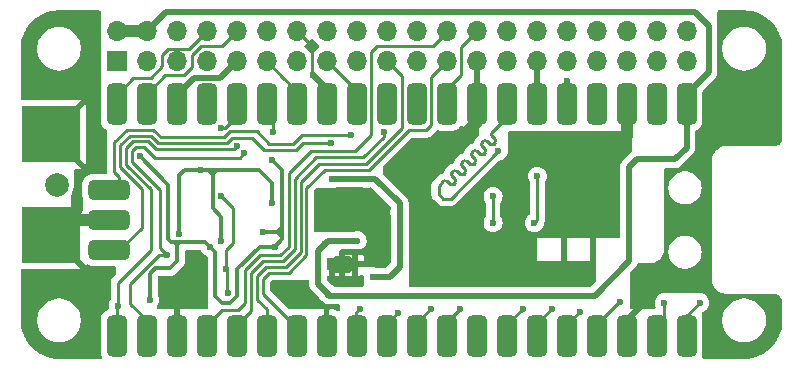
<source format=gbr>
%TF.GenerationSoftware,KiCad,Pcbnew,8.0.6*%
%TF.CreationDate,2024-12-01T10:06:18+07:00*%
%TF.ProjectId,ADC_pHAT_AFE_ADC10080,4144435f-7048-4415-945f-4146455f4144,rev?*%
%TF.SameCoordinates,PX5cbead0PY5705d50*%
%TF.FileFunction,Copper,L2,Bot*%
%TF.FilePolarity,Positive*%
%FSLAX46Y46*%
G04 Gerber Fmt 4.6, Leading zero omitted, Abs format (unit mm)*
G04 Created by KiCad (PCBNEW 8.0.6) date 2024-12-01 10:06:18*
%MOMM*%
%LPD*%
G01*
G04 APERTURE LIST*
G04 Aperture macros list*
%AMRoundRect*
0 Rectangle with rounded corners*
0 $1 Rounding radius*
0 $2 $3 $4 $5 $6 $7 $8 $9 X,Y pos of 4 corners*
0 Add a 4 corners polygon primitive as box body*
4,1,4,$2,$3,$4,$5,$6,$7,$8,$9,$2,$3,0*
0 Add four circle primitives for the rounded corners*
1,1,$1+$1,$2,$3*
1,1,$1+$1,$4,$5*
1,1,$1+$1,$6,$7*
1,1,$1+$1,$8,$9*
0 Add four rect primitives between the rounded corners*
20,1,$1+$1,$2,$3,$4,$5,0*
20,1,$1+$1,$4,$5,$6,$7,0*
20,1,$1+$1,$6,$7,$8,$9,0*
20,1,$1+$1,$8,$9,$2,$3,0*%
G04 Aperture macros list end*
%TA.AperFunction,ComponentPad*%
%ADD10C,0.600000*%
%TD*%
%TA.AperFunction,SMDPad,CuDef*%
%ADD11R,2.650000X1.000000*%
%TD*%
%TA.AperFunction,ComponentPad*%
%ADD12C,2.000000*%
%TD*%
%TA.AperFunction,SMDPad,CuDef*%
%ADD13R,4.900000X4.800000*%
%TD*%
%TA.AperFunction,ComponentPad*%
%ADD14R,1.700000X1.700000*%
%TD*%
%TA.AperFunction,ComponentPad*%
%ADD15O,1.700000X1.700000*%
%TD*%
%TA.AperFunction,SMDPad,CuDef*%
%ADD16RoundRect,0.425000X0.425000X-1.325000X0.425000X1.325000X-0.425000X1.325000X-0.425000X-1.325000X0*%
%TD*%
%TA.AperFunction,SMDPad,CuDef*%
%ADD17RoundRect,0.425000X-1.325000X-0.425000X1.325000X-0.425000X1.325000X0.425000X-1.325000X0.425000X0*%
%TD*%
%TA.AperFunction,ViaPad*%
%ADD18C,0.600000*%
%TD*%
%TA.AperFunction,Conductor*%
%ADD19C,0.250000*%
%TD*%
%TA.AperFunction,Conductor*%
%ADD20C,0.500000*%
%TD*%
%TA.AperFunction,Conductor*%
%ADD21C,0.300000*%
%TD*%
%TA.AperFunction,Conductor*%
%ADD22C,1.000000*%
%TD*%
G04 APERTURE END LIST*
D10*
%TO.P,U3,13,PAD*%
%TO.N,GNDA*%
X26500000Y8250000D03*
X27500000Y8250000D03*
D11*
X27500000Y8250000D03*
D10*
X28500000Y8250000D03*
%TD*%
D12*
%TO.P,REF\u002A\u002A,1*%
%TO.N,Net-(J1-Pin_2)*%
X3300000Y15000000D03*
%TD*%
D13*
%TO.P,J3,2,Ext*%
%TO.N,GNDA*%
X2825000Y19250000D03*
X2825000Y10750000D03*
%TD*%
D14*
%TO.P,J2,1,Pin_1*%
%TO.N,+3.3VP*%
X8400000Y25460000D03*
D15*
%TO.P,J2,2,Pin_2*%
%TO.N,+5V*%
X8400000Y28000000D03*
%TO.P,J2,3,Pin_3*%
%TO.N,SDA*%
X10940000Y25460000D03*
%TO.P,J2,4,Pin_4*%
%TO.N,+5V*%
X10940000Y28000000D03*
%TO.P,J2,5,Pin_5*%
%TO.N,SCL*%
X13480000Y25460000D03*
%TO.P,J2,6,Pin_6*%
%TO.N,GNDA*%
X13480000Y28000000D03*
%TO.P,J2,7,Pin_7*%
%TO.N,SEL0*%
X16020000Y25460000D03*
%TO.P,J2,8,Pin_8*%
%TO.N,TX*%
X16020000Y28000000D03*
%TO.P,J2,9,Pin_9*%
%TO.N,GNDA*%
X18560000Y25460000D03*
%TO.P,J2,10,Pin_10*%
%TO.N,RX*%
X18560000Y28000000D03*
%TO.P,J2,11,Pin_11*%
%TO.N,GPIO21*%
X21100000Y25460000D03*
%TO.P,J2,12,Pin_12*%
%TO.N,SEL1*%
X21100000Y28000000D03*
%TO.P,J2,13,Pin_13*%
%TO.N,A00*%
X23640000Y25460000D03*
%TO.P,J2,14,Pin_14*%
%TO.N,GNDA*%
X23640000Y28000000D03*
%TO.P,J2,15,Pin_15*%
%TO.N,GPIO22*%
X26180000Y25460000D03*
%TO.P,J2,16,Pin_16*%
%TO.N,unconnected-(J2-Pin_16-Pad16)*%
X26180000Y28000000D03*
%TO.P,J2,17,Pin_17*%
%TO.N,unconnected-(J2-Pin_17-Pad17)*%
X28720000Y25460000D03*
%TO.P,J2,18,Pin_18*%
%TO.N,unconnected-(J2-Pin_18-Pad18)*%
X28720000Y28000000D03*
%TO.P,J2,19,Pin_19*%
%TO.N,SPI_MO*%
X31260000Y25460000D03*
%TO.P,J2,20,Pin_20*%
%TO.N,GNDA*%
X31260000Y28000000D03*
%TO.P,J2,21,Pin_21*%
%TO.N,SPI_MI*%
X33800000Y25460000D03*
%TO.P,J2,22,Pin_22*%
%TO.N,unconnected-(J2-Pin_22-Pad22)*%
X33800000Y28000000D03*
%TO.P,J2,23,Pin_23*%
%TO.N,SPI_CLK*%
X36340000Y25460000D03*
%TO.P,J2,24,Pin_24*%
%TO.N,SPI_CS*%
X36340000Y28000000D03*
%TO.P,J2,25,Pin_25*%
%TO.N,GNDA*%
X38880000Y25460000D03*
%TO.P,J2,26,Pin_26*%
%TO.N,GPIO27_ADC1*%
X38880000Y28000000D03*
%TO.P,J2,27,Pin_27*%
%TO.N,unconnected-(J2-Pin_27-Pad27)*%
X41420000Y25460000D03*
%TO.P,J2,28,Pin_28*%
%TO.N,unconnected-(J2-Pin_28-Pad28)*%
X41420000Y28000000D03*
%TO.P,J2,29,Pin_29*%
%TO.N,ADC_VREF*%
X43960000Y25460000D03*
%TO.P,J2,30,Pin_30*%
%TO.N,GNDA*%
X43960000Y28000000D03*
%TO.P,J2,31,Pin_31*%
%TO.N,GPIO26_ADC0*%
X46500000Y25460000D03*
%TO.P,J2,32,Pin_32*%
%TO.N,GPIO24*%
X46500000Y28000000D03*
%TO.P,J2,33,Pin_33*%
%TO.N,GPIO28_ADC2*%
X49040000Y25460000D03*
%TO.P,J2,34,Pin_34*%
%TO.N,GNDA*%
X49040000Y28000000D03*
%TO.P,J2,35,Pin_35*%
%TO.N,unconnected-(J2-Pin_35-Pad35)*%
X51580000Y25460000D03*
%TO.P,J2,36,Pin_36*%
%TO.N,GPIO25*%
X51580000Y28000000D03*
%TO.P,J2,37,Pin_37*%
%TO.N,unconnected-(J2-Pin_37-Pad37)*%
X54120000Y25460000D03*
%TO.P,J2,38,Pin_38*%
%TO.N,GNDA*%
X54120000Y28000000D03*
%TO.P,J2,39,Pin_39*%
X56660000Y25460000D03*
%TO.P,J2,40,Pin_40*%
%TO.N,unconnected-(J2-Pin_40-Pad40)*%
X56660000Y28000000D03*
%TD*%
D16*
%TO.P,U1,1,GPIO0*%
%TO.N,GPIO0*%
X56630000Y2210000D03*
%TO.P,U1,2,GPIO1*%
%TO.N,GPIO1*%
X54090000Y2210000D03*
%TO.P,U1,3,GND*%
%TO.N,GNDA*%
X51550000Y2210000D03*
%TO.P,U1,4,GPIO2*%
%TO.N,GPIO2*%
X49010000Y2210000D03*
%TO.P,U1,5,GPIO3*%
%TO.N,GPIO3*%
X46470000Y2210000D03*
%TO.P,U1,6,GPIO4*%
%TO.N,GPIO4*%
X43930000Y2210000D03*
%TO.P,U1,7,GPIO5*%
%TO.N,GPIO5*%
X41390000Y2210000D03*
%TO.P,U1,8,GND*%
%TO.N,GNDA*%
X38850000Y2210000D03*
%TO.P,U1,9,GPIO6*%
%TO.N,GPIO6*%
X36310000Y2210000D03*
%TO.P,U1,10,GPIO7*%
%TO.N,GPIO7*%
X33770000Y2210000D03*
%TO.P,U1,11,GPIO8*%
%TO.N,GPIO8*%
X31230000Y2210000D03*
%TO.P,U1,12,GPIO9*%
%TO.N,GPIO9*%
X28690000Y2210000D03*
%TO.P,U1,13,GND*%
%TO.N,GNDA*%
X26150000Y2210000D03*
%TO.P,U1,14,GPIO10*%
%TO.N,SPI_CLK*%
X23610000Y2210000D03*
%TO.P,U1,15,GPIO11*%
%TO.N,SPI_MO*%
X21070000Y2210000D03*
%TO.P,U1,16,GPIO12*%
%TO.N,SPI_MI*%
X18530000Y2210000D03*
%TO.P,U1,17,GPIO13*%
%TO.N,SPI_CS*%
X15990000Y2210000D03*
%TO.P,U1,18,GND*%
%TO.N,GNDA*%
X13450000Y2210000D03*
%TO.P,U1,19,GPIO14*%
%TO.N,SEL1*%
X10910000Y2210000D03*
%TO.P,U1,20,GPIO15*%
%TO.N,SEL0*%
X8370000Y2210000D03*
%TO.P,U1,21,GPIO16*%
%TO.N,TX*%
X8370000Y21790000D03*
%TO.P,U1,22,GPIO17*%
%TO.N,RX*%
X10910000Y21790000D03*
%TO.P,U1,23,GND*%
%TO.N,GNDA*%
X13450000Y21790000D03*
%TO.P,U1,24,GPIO18*%
%TO.N,SDA*%
X15990000Y21790000D03*
%TO.P,U1,25,GPIO19*%
%TO.N,SCL*%
X18530000Y21790000D03*
%TO.P,U1,26,GPIO20*%
%TO.N,A00*%
X21070000Y21790000D03*
%TO.P,U1,27,GPIO21*%
%TO.N,GPIO21*%
X23610000Y21790000D03*
%TO.P,U1,28,GND*%
%TO.N,GNDA*%
X26150000Y21790000D03*
%TO.P,U1,29,GPIO22*%
%TO.N,GPIO22*%
X28690000Y21790000D03*
%TO.P,U1,30,RUN*%
%TO.N,unconnected-(U1-RUN-Pad30)*%
X31230000Y21790000D03*
%TO.P,U1,31,GPIO26_ADC0*%
%TO.N,GPIO26_ADC0*%
X33770000Y21790000D03*
%TO.P,U1,32,GPIO27_ADC1*%
%TO.N,GPIO27_ADC1*%
X36310000Y21790000D03*
%TO.P,U1,33,AGND*%
%TO.N,GNDA*%
X38850000Y21790000D03*
%TO.P,U1,34,GPIO28_ADC2*%
%TO.N,ADC_CLK*%
X41390000Y21790000D03*
%TO.P,U1,35,ADC_VREF*%
%TO.N,ADC_VREF*%
X43930000Y21790000D03*
%TO.P,U1,36,3V3*%
%TO.N,+3.3V*%
X46470000Y21790000D03*
%TO.P,U1,37,3V3_EN*%
%TO.N,unconnected-(U1-3V3_EN-Pad37)*%
X49010000Y21790000D03*
%TO.P,U1,38,GND*%
%TO.N,GNDA*%
X51550000Y21790000D03*
%TO.P,U1,39,VSYS*%
%TO.N,unconnected-(U1-VSYS-Pad39)*%
X54090000Y21790000D03*
%TO.P,U1,40,VBUS*%
%TO.N,+5V*%
X56630000Y21790000D03*
D17*
%TO.P,U1,41,SWCLK*%
%TO.N,GPIO25*%
X7700000Y9460000D03*
%TO.P,U1,42,GND*%
%TO.N,GNDA*%
X7700000Y12000000D03*
%TO.P,U1,43,SWDIO*%
%TO.N,GPIO24*%
X7700000Y14540000D03*
%TD*%
D18*
%TO.N,SDA*%
X16000000Y20900000D03*
%TO.N,+3.3V*%
X46500000Y23750000D03*
%TO.N,SCL*%
X18000000Y22250000D03*
X17200000Y19800000D03*
%TO.N,+3.3VA*%
X20750000Y11000000D03*
X11200000Y5200000D03*
X21750000Y9750000D03*
X10375000Y17375000D03*
X16250000Y9750000D03*
X21550000Y17100000D03*
%TO.N,+5V*%
X26250000Y5750000D03*
X26000000Y10000000D03*
X28750000Y10250000D03*
%TO.N,-3V3*%
X26650000Y15500000D03*
X30100000Y7200000D03*
X29500000Y15500000D03*
X17250000Y10250000D03*
X15500000Y16250000D03*
X21550000Y13400000D03*
X13700000Y10800000D03*
X32350000Y12650000D03*
%TO.N,GNDA*%
X33500000Y9750000D03*
X34550000Y14200000D03*
X33500000Y8500000D03*
X6250000Y21000000D03*
X6250000Y7250000D03*
X51100000Y22550000D03*
X4750000Y7250000D03*
X4750000Y22500000D03*
X37250000Y11500000D03*
X38750000Y10250000D03*
X13250000Y5750000D03*
X45650000Y13900000D03*
X46600000Y11050000D03*
X33500000Y12250000D03*
X34750000Y8500000D03*
X51100000Y17500000D03*
X38750000Y11750000D03*
X52050000Y22550000D03*
X35500000Y10250000D03*
X58350000Y600000D03*
X6250000Y18500000D03*
X12650000Y4900000D03*
X59050000Y5400000D03*
X33750000Y18500000D03*
X7550000Y7750000D03*
X38750000Y1000000D03*
X58400000Y16450000D03*
X3250000Y22500000D03*
X7250000Y4750000D03*
X44950000Y12850000D03*
X6250000Y17250000D03*
X44900000Y11050000D03*
X13450000Y4650000D03*
X2000000Y22500000D03*
X34500000Y11250000D03*
X31000000Y11150000D03*
X26250000Y4650000D03*
X29800000Y11150000D03*
X15800000Y4800000D03*
X39000000Y7675000D03*
X49750000Y17500000D03*
X14500000Y9100000D03*
X45550000Y17950000D03*
X3250000Y7250000D03*
X40000000Y15500000D03*
X25000000Y24250000D03*
X32750000Y17000000D03*
X59250000Y22750000D03*
X29800000Y12450000D03*
X46000000Y7500000D03*
X21900000Y6100000D03*
X47750000Y7500000D03*
X32750000Y15250000D03*
X6250000Y22500000D03*
X38000000Y8250000D03*
X750000Y7250000D03*
X36750000Y9000000D03*
X59550000Y29450000D03*
X36000000Y12750000D03*
X2000000Y7250000D03*
X6250000Y19750000D03*
X55050000Y16100000D03*
X750000Y22500000D03*
%TO.N,GPIO26_ADC0*%
X33770000Y20890000D03*
%TO.N,ADC_CLK*%
X40695000Y17840000D03*
%TO.N,GPIO2*%
X51020000Y5015000D03*
%TO.N,GPIO7*%
X34995000Y4490000D03*
%TO.N,GPIO5*%
X42745000Y4490000D03*
%TO.N,GPIO3*%
X47620000Y4240000D03*
%TO.N,GPIO1*%
X54745000Y4990000D03*
%TO.N,GPIO6*%
X37495000Y4490000D03*
%TO.N,GPIO0*%
X57745000Y4990000D03*
%TO.N,GPIO4*%
X45245000Y4490000D03*
%TO.N,GPIO25*%
X26500000Y18500000D03*
%TO.N,SPI_MI*%
X31000000Y19450000D03*
%TO.N,GPIO24*%
X28250000Y19200000D03*
%TO.N,SEL1*%
X12650000Y9000000D03*
X19200000Y17650000D03*
%TO.N,SEL0*%
X18550000Y18250000D03*
X8500000Y4750000D03*
%TO.N,Net-(U4-S1)*%
X17800000Y5850000D03*
X17650000Y7850000D03*
X17250000Y14000000D03*
%TO.N,A00*%
X21070000Y23250000D03*
X21625000Y19475000D03*
%TO.N,Net-(IC1-IRS)*%
X43750000Y11750000D03*
X44000000Y15700000D03*
%TO.N,Net-(IC1-VCOM)*%
X40250000Y11750000D03*
X40250000Y14000000D03*
%TO.N,GPIO9*%
X28995000Y4490000D03*
%TO.N,GPIO8*%
X32195000Y4140000D03*
%TD*%
D19*
%TO.N,SDA*%
X16000000Y20900000D02*
X15990000Y20890000D01*
D20*
%TO.N,+3.3V*%
X46500000Y23750000D02*
X46500000Y20920000D01*
X46500000Y20750000D02*
X46500000Y20860000D01*
X46500000Y20920000D02*
X46470000Y20890000D01*
X46500000Y20860000D02*
X46470000Y20890000D01*
X46500000Y20325000D02*
X46500000Y20750000D01*
D19*
%TO.N,SCL*%
X18530000Y20780000D02*
X18530000Y20890000D01*
X17200000Y19800000D02*
X17550000Y19800000D01*
X17550000Y19800000D02*
X18530000Y20780000D01*
D21*
%TO.N,+3.3VA*%
X18600000Y7850000D02*
X18600000Y5600000D01*
X13500000Y10100000D02*
X13500000Y9750000D01*
X12750000Y15000000D02*
X10375000Y17375000D01*
X12900000Y7900000D02*
X13500000Y8500000D01*
X22400000Y11400000D02*
X22400000Y11050000D01*
X13500000Y8500000D02*
X13500000Y9750000D01*
X15900000Y10100000D02*
X13750000Y10100000D01*
X22400000Y10400000D02*
X22400000Y10600000D01*
X17300000Y5000000D02*
X16750000Y5550000D01*
X11650000Y7900000D02*
X12900000Y7900000D01*
X22400000Y16250000D02*
X22400000Y11400000D01*
X22000000Y11000000D02*
X22350000Y11000000D01*
X20500000Y9750000D02*
X18600000Y7850000D01*
X16750000Y5550000D02*
X16750000Y9250000D01*
X13000000Y10100000D02*
X12750000Y10350000D01*
X13500000Y9850000D02*
X13250000Y10100000D01*
X18600000Y5600000D02*
X18000000Y5000000D01*
X22400000Y11050000D02*
X22400000Y10600000D01*
X21750000Y9750000D02*
X20500000Y9750000D01*
X22000000Y11000000D02*
X22400000Y11400000D01*
X13250000Y10100000D02*
X13000000Y10100000D01*
X13500000Y9750000D02*
X13500000Y9850000D01*
X13500000Y9850000D02*
X13750000Y10100000D01*
X11200000Y7450000D02*
X11650000Y7900000D01*
X11200000Y5200000D02*
X11200000Y7450000D01*
X13750000Y10100000D02*
X13250000Y10100000D01*
X22350000Y11000000D02*
X22400000Y11050000D01*
X16250000Y9750000D02*
X15900000Y10100000D01*
X22000000Y11000000D02*
X22400000Y10600000D01*
X12750000Y10350000D02*
X12750000Y15000000D01*
X16750000Y9250000D02*
X16250000Y9750000D01*
X20750000Y11000000D02*
X22000000Y11000000D01*
X21550000Y17100000D02*
X22400000Y16250000D01*
X18000000Y5000000D02*
X17300000Y5000000D01*
X21750000Y9750000D02*
X22400000Y10400000D01*
D20*
%TO.N,+5V*%
X56630000Y20890000D02*
X56630000Y22630000D01*
X26250000Y5750000D02*
X26400000Y5600000D01*
X57350000Y29600000D02*
X12540000Y29600000D01*
X58500000Y28450000D02*
X57350000Y29600000D01*
X26400000Y5600000D02*
X48850000Y5600000D01*
D22*
X8400000Y28000000D02*
X10940000Y28000000D01*
D20*
X52400000Y17150000D02*
X55650000Y17150000D01*
X48850000Y5600000D02*
X51750000Y8500000D01*
X51750000Y8500000D02*
X51750000Y16500000D01*
X26000000Y10000000D02*
X26250000Y10250000D01*
X56630000Y22630000D02*
X58500000Y24500000D01*
X58500000Y24500000D02*
X58500000Y28450000D01*
X12540000Y29600000D02*
X10940000Y28000000D01*
X25400000Y6600000D02*
X26250000Y5750000D01*
X25400000Y9400000D02*
X25400000Y6600000D01*
X56630000Y18130000D02*
X56630000Y20890000D01*
X55650000Y17150000D02*
X56630000Y18130000D01*
X26000000Y10000000D02*
X25400000Y9400000D01*
X26250000Y10250000D02*
X28750000Y10250000D01*
X51750000Y16500000D02*
X52400000Y17150000D01*
%TO.N,ADC_VREF*%
X43930000Y20890000D02*
X43930000Y25430000D01*
D19*
X43930000Y25430000D02*
X43960000Y25460000D01*
D21*
%TO.N,-3V3*%
X16500000Y15900000D02*
X16850000Y16250000D01*
D20*
X26650000Y15500000D02*
X29500000Y15500000D01*
X32350000Y8050000D02*
X31500000Y7200000D01*
D21*
X16150000Y16250000D02*
X16000000Y16250000D01*
X13700000Y10800000D02*
X13700000Y15800000D01*
X16850000Y16250000D02*
X17000000Y16250000D01*
X16500000Y15800000D02*
X16500000Y13000000D01*
X16500000Y13000000D02*
X17250000Y12250000D01*
D20*
X32350000Y13400000D02*
X30250000Y15500000D01*
D21*
X21550000Y15150000D02*
X21550000Y13400000D01*
X16500000Y15800000D02*
X16500000Y15900000D01*
X16500000Y15900000D02*
X16150000Y16250000D01*
X16500000Y16250000D02*
X16500000Y15800000D01*
D20*
X30250000Y15500000D02*
X29500000Y15500000D01*
D21*
X15500000Y16250000D02*
X16000000Y16250000D01*
X14150000Y16250000D02*
X15500000Y16250000D01*
X20450000Y16250000D02*
X21550000Y15150000D01*
D20*
X32350000Y12650000D02*
X32350000Y8050000D01*
D21*
X17000000Y16250000D02*
X20450000Y16250000D01*
X17250000Y12250000D02*
X17250000Y10250000D01*
X13700000Y15800000D02*
X14150000Y16250000D01*
D20*
X32350000Y12650000D02*
X32350000Y13400000D01*
D21*
X16750000Y16250000D02*
X17000000Y16250000D01*
D20*
X31500000Y7200000D02*
X30100000Y7200000D01*
D21*
X16000000Y16250000D02*
X16750000Y16250000D01*
D20*
%TO.N,GNDA*%
X13450000Y22600000D02*
X14900000Y24050000D01*
X28550000Y7650000D02*
X28550000Y9250000D01*
X38880000Y20920000D02*
X38850000Y20890000D01*
X38850000Y20890000D02*
X38850000Y20300000D01*
D22*
X5000000Y12925000D02*
X2825000Y10750000D01*
D20*
X51550000Y3550000D02*
X53500000Y5500000D01*
X28550000Y6700000D02*
X28550000Y8300000D01*
D22*
X51550000Y20890000D02*
X51550000Y19150000D01*
D20*
X38880000Y25460000D02*
X38880000Y20920000D01*
D19*
X24900000Y24350000D02*
X24900000Y26740000D01*
D20*
X27500000Y9250000D02*
X29500000Y9250000D01*
X26150000Y3110000D02*
X26150000Y3650000D01*
X26650000Y6800000D02*
X26650000Y8400000D01*
X14900000Y24050000D02*
X17150000Y24050000D01*
X26150000Y23100000D02*
X25000000Y24250000D01*
D19*
X25000000Y24250000D02*
X24900000Y24350000D01*
D20*
X17150000Y24050000D02*
X18560000Y25460000D01*
D22*
X8600000Y12000000D02*
X4075000Y12000000D01*
D20*
X13450000Y3110000D02*
X13450000Y4650000D01*
X13450000Y20890000D02*
X13450000Y22600000D01*
D22*
X5000000Y13762500D02*
X5000000Y12925000D01*
D20*
X26150000Y20890000D02*
X26150000Y23100000D01*
X4075000Y12000000D02*
X2825000Y10750000D01*
D22*
X37100000Y18550000D02*
X37050000Y18550000D01*
D19*
X24900000Y26740000D02*
X23640000Y28000000D01*
D22*
X38850000Y20300000D02*
X37100000Y18550000D01*
D20*
X51550000Y3110000D02*
X51550000Y3550000D01*
X29500000Y9250000D02*
X29700000Y9450000D01*
D19*
%TO.N,SPI_CLK*%
X22950000Y7550000D02*
X24450000Y9050000D01*
X23390000Y3110000D02*
X20750000Y5750000D01*
X35000000Y24120000D02*
X36340000Y25460000D01*
X24450000Y14700000D02*
X26000000Y16250000D01*
X33100000Y19600000D02*
X34600000Y19600000D01*
X20750000Y7000000D02*
X21300000Y7550000D01*
X29750000Y16250000D02*
X33100000Y19600000D01*
X21300000Y7550000D02*
X22950000Y7550000D01*
X26000000Y16250000D02*
X29750000Y16250000D01*
X34600000Y19600000D02*
X35000000Y20000000D01*
X20750000Y5750000D02*
X20750000Y7000000D01*
X23610000Y3110000D02*
X23390000Y3110000D01*
X24450000Y9050000D02*
X24450000Y14700000D01*
X35000000Y20000000D02*
X35000000Y24120000D01*
%TO.N,TX*%
X12250000Y26000000D02*
X12750000Y26500000D01*
X12250000Y25000000D02*
X12250000Y26000000D01*
X8370000Y20890000D02*
X8370000Y22620000D01*
X8370000Y22620000D02*
X9750000Y24000000D01*
X14520000Y26500000D02*
X16020000Y28000000D01*
X12750000Y26500000D02*
X14520000Y26500000D01*
X9750000Y24000000D02*
X11250000Y24000000D01*
X11250000Y24000000D02*
X12250000Y25000000D01*
%TO.N,GPIO27_ADC1*%
X37500000Y26620000D02*
X38880000Y28000000D01*
X36310000Y20890000D02*
X36310000Y23060000D01*
X36310000Y23060000D02*
X37500000Y24250000D01*
X37500000Y24250000D02*
X37500000Y26620000D01*
%TO.N,ADC_CLK*%
X37417683Y15888194D02*
X37200146Y16105731D01*
X40170000Y19075588D02*
X40387488Y18858100D01*
X36569178Y15039640D02*
X36351617Y15257201D01*
X39538982Y17670133D02*
X39454130Y17585280D01*
X37624411Y16869410D02*
X37624410Y16869410D01*
X37841947Y15973048D02*
X37757095Y15888195D01*
X40170000Y19075588D02*
X40387488Y18858100D01*
X38266200Y16736737D02*
X38048676Y16954261D01*
X36860736Y16105732D02*
X36775881Y16020880D01*
X38472940Y17378528D02*
X38690465Y17161003D01*
X39963223Y18433834D02*
X39745736Y18651321D01*
X41385000Y20630000D02*
X40170000Y19415000D01*
X39114718Y17585279D02*
X38897206Y17802791D01*
X36775880Y15681468D02*
X36993442Y15463906D01*
X35645000Y14215000D02*
X36045000Y13815000D01*
X40387487Y18518688D02*
X40302635Y18433835D01*
X36670000Y13815000D02*
X40695000Y17840000D01*
X41500000Y21000000D02*
X41500000Y22750000D01*
X38690464Y16821591D02*
X38605612Y16736738D01*
X39114718Y17585279D02*
X38897206Y17802791D01*
X35927351Y15172350D02*
X35832500Y15077500D01*
X36993442Y15124494D02*
X36908588Y15039639D01*
X39321471Y18566470D02*
X39321470Y18566470D01*
X37624410Y16529998D02*
X37841948Y16312460D01*
X37709266Y16954262D02*
X37624411Y16869410D01*
X41420000Y20920000D02*
X41390000Y20890000D01*
X39406326Y18651322D02*
X39321471Y18566470D01*
X36012205Y15257201D02*
X35927351Y15172350D01*
X38472941Y17717940D02*
X38472940Y17717940D01*
X36045000Y13815000D02*
X36670000Y13815000D01*
X36775881Y16020880D02*
X36775880Y16020880D01*
X36775881Y16020880D02*
X36775880Y16020880D01*
X35832500Y15077500D02*
X35645000Y14890000D01*
X39321471Y18566470D02*
X39321470Y18566470D01*
X41385000Y20880000D02*
X41385000Y20630000D01*
X35645000Y14890000D02*
X35645000Y14215000D01*
X39321470Y18227058D02*
X39538983Y18009545D01*
X38557796Y17802792D02*
X38472941Y17717940D01*
X39321470Y18566470D02*
G75*
G03*
X39321506Y18227094I169730J-169670D01*
G01*
X38897206Y17802791D02*
G75*
G03*
X38557795Y17802793I-169706J-169691D01*
G01*
X39745736Y18651321D02*
G75*
G03*
X39406296Y18651353I-169736J-169721D01*
G01*
X38605612Y16736738D02*
G75*
G02*
X38266194Y16736731I-169712J169662D01*
G01*
X36993442Y15463906D02*
G75*
G02*
X36993442Y15124494I-169742J-169706D01*
G01*
X39538983Y18009545D02*
G75*
G02*
X39539022Y17670093I-169683J-169745D01*
G01*
X36775880Y16020880D02*
G75*
G03*
X36775906Y15681494I169720J-169680D01*
G01*
X37624410Y16869410D02*
G75*
G03*
X37624406Y16529994I169690J-169710D01*
G01*
X38690465Y17161003D02*
G75*
G02*
X38690461Y16821594I-169665J-169703D01*
G01*
X36908588Y15039639D02*
G75*
G02*
X36569195Y15039656I-169688J169661D01*
G01*
X38048676Y16954261D02*
G75*
G03*
X37709296Y16954233I-169676J-169661D01*
G01*
X37757095Y15888195D02*
G75*
G02*
X37417695Y15888205I-169695J169705D01*
G01*
X40170000Y19415000D02*
G75*
G03*
X40170006Y19075594I169700J-169700D01*
G01*
X37841948Y16312460D02*
G75*
G02*
X37841902Y15973093I-169748J-169660D01*
G01*
X40387488Y18858100D02*
G75*
G02*
X40387482Y18518694I-169688J-169700D01*
G01*
X36351617Y15257201D02*
G75*
G03*
X36012205Y15257201I-169706J-169708D01*
G01*
X39454130Y17585280D02*
G75*
G02*
X39114695Y17585255I-169730J169720D01*
G01*
X40302635Y18433835D02*
G75*
G02*
X39963194Y18433805I-169735J169665D01*
G01*
X37200146Y16105731D02*
G75*
G03*
X36860696Y16105773I-169746J-169731D01*
G01*
X38472940Y17717940D02*
G75*
G03*
X38472906Y17378494I169660J-169740D01*
G01*
%TO.N,GPIO2*%
X51020000Y5015000D02*
X50920000Y5015000D01*
X50920000Y5015000D02*
X49005000Y3100000D01*
%TO.N,GPIO7*%
X34995000Y4490000D02*
X33765000Y3260000D01*
X33765000Y3260000D02*
X33765000Y3100000D01*
%TO.N,GPIO5*%
X42745000Y4490000D02*
X42745000Y4460000D01*
X42745000Y4460000D02*
X41385000Y3100000D01*
%TO.N,GPIO3*%
X47620000Y4240000D02*
X47605000Y4240000D01*
X47605000Y4240000D02*
X46465000Y3100000D01*
%TO.N,GPIO1*%
X54745000Y3760000D02*
X54085000Y3100000D01*
X54745000Y4990000D02*
X54745000Y3760000D01*
%TO.N,GPIO6*%
X36305000Y3300000D02*
X36305000Y3100000D01*
X37495000Y4490000D02*
X36305000Y3300000D01*
%TO.N,GPIO0*%
X57745000Y4990000D02*
X56625000Y3870000D01*
X56625000Y3870000D02*
X56625000Y3100000D01*
%TO.N,GPIO4*%
X43925000Y3170000D02*
X43925000Y3100000D01*
X45245000Y4490000D02*
X43925000Y3170000D01*
%TO.N,GPIO25*%
X19850000Y18900000D02*
X20850000Y17900000D01*
X23600000Y17900000D02*
X24200000Y18500000D01*
X20850000Y17900000D02*
X23600000Y17900000D01*
X11907106Y18500000D02*
X17750000Y18500000D01*
X9500000Y19150000D02*
X11257106Y19150000D01*
X8700000Y16450000D02*
X8700000Y18350000D01*
X8600000Y9460000D02*
X10500000Y11360000D01*
X11257106Y19150000D02*
X11907106Y18500000D01*
X24200000Y18500000D02*
X26500000Y18500000D01*
X8700000Y18350000D02*
X9500000Y19150000D01*
X17750000Y18500000D02*
X18150000Y18900000D01*
X10500000Y11360000D02*
X10500000Y14650000D01*
X10500000Y14650000D02*
X8700000Y16450000D01*
X18150000Y18900000D02*
X19850000Y18900000D01*
%TO.N,RX*%
X10910000Y20890000D02*
X10910000Y22660000D01*
X14750000Y24950000D02*
X14750000Y26000000D01*
X12500000Y24250000D02*
X14050000Y24250000D01*
X14750000Y26000000D02*
X15500000Y26750000D01*
X14050000Y24250000D02*
X14750000Y24950000D01*
X10910000Y22660000D02*
X12500000Y24250000D01*
X17310000Y26750000D02*
X18560000Y28000000D01*
X15500000Y26750000D02*
X17310000Y26750000D01*
%TO.N,SPI_CS*%
X36340000Y28000000D02*
X36340000Y27890000D01*
X36340000Y27890000D02*
X35150000Y26700000D01*
X22250000Y9050000D02*
X22950000Y9750000D01*
X29950000Y26250000D02*
X29950000Y23700000D01*
X15990000Y3110000D02*
X16010000Y3110000D01*
X24800000Y17800000D02*
X28550000Y17800000D01*
X22950000Y9750000D02*
X22950000Y15950000D01*
X19250000Y5000000D02*
X19250000Y7750000D01*
X16010000Y3110000D02*
X17300000Y4400000D01*
X35150000Y26700000D02*
X30400000Y26700000D01*
X20550000Y9050000D02*
X22250000Y9050000D01*
X17300000Y4400000D02*
X18650000Y4400000D01*
X30400000Y26700000D02*
X29950000Y26250000D01*
X18650000Y4400000D02*
X19250000Y5000000D01*
X28550000Y17800000D02*
X29950000Y19200000D01*
X22950000Y15950000D02*
X24800000Y17800000D01*
X29950000Y19200000D02*
X29950000Y23700000D01*
X19250000Y7750000D02*
X20550000Y9050000D01*
%TO.N,GPIO21*%
X22500000Y24050000D02*
X23610000Y22940000D01*
X23610000Y22940000D02*
X23610000Y20890000D01*
X21100000Y25460000D02*
X22500000Y24060000D01*
X22500000Y24060000D02*
X22500000Y24050000D01*
%TO.N,SPI_MO*%
X21070000Y3110000D02*
X21070000Y4430000D01*
X23950000Y15200000D02*
X25500000Y16750000D01*
X20250000Y5250000D02*
X20250000Y7250000D01*
X20250000Y7250000D02*
X21050000Y8050000D01*
X25500000Y16750000D02*
X29500000Y16750000D01*
X23950000Y9300000D02*
X23950000Y15200000D01*
X22700000Y8050000D02*
X23950000Y9300000D01*
X21070000Y4430000D02*
X20250000Y5250000D01*
X32500000Y19750000D02*
X32500000Y24220000D01*
X21050000Y8050000D02*
X22700000Y8050000D01*
X29500000Y16750000D02*
X32500000Y19750000D01*
X32500000Y24220000D02*
X31260000Y25460000D01*
%TO.N,SPI_MI*%
X20800000Y8550000D02*
X19750000Y7500000D01*
X31000000Y19450000D02*
X31000000Y19050000D01*
X22457107Y8550000D02*
X20800000Y8550000D01*
X31000000Y19050000D02*
X29250000Y17300000D01*
X29250000Y17300000D02*
X25300000Y17300000D01*
X23450000Y15450000D02*
X23450000Y9542893D01*
X19750000Y7500000D02*
X19750000Y4330000D01*
X23450000Y9542893D02*
X22457107Y8550000D01*
X19750000Y4330000D02*
X18530000Y3110000D01*
X25300000Y17300000D02*
X23450000Y15450000D01*
%TO.N,GPIO22*%
X26180000Y25460000D02*
X28690000Y22950000D01*
X28690000Y22950000D02*
X28690000Y20890000D01*
%TO.N,GPIO24*%
X11464212Y19650000D02*
X12114212Y19000000D01*
X8200000Y16050000D02*
X8200000Y18600000D01*
X24100000Y19200000D02*
X28250000Y19200000D01*
X8200000Y18600000D02*
X9250000Y19650000D01*
X18000000Y19500000D02*
X20250000Y19500000D01*
X23350000Y18450000D02*
X24100000Y19200000D01*
X9250000Y19650000D02*
X11464212Y19650000D01*
X21300000Y18450000D02*
X23350000Y18450000D01*
X8600000Y15650000D02*
X8200000Y16050000D01*
X12114212Y19000000D02*
X17500000Y19000000D01*
X20250000Y19500000D02*
X21300000Y18450000D01*
X17500000Y19000000D02*
X18000000Y19500000D01*
X8600000Y14540000D02*
X8600000Y15650000D01*
%TO.N,SEL1*%
X12050000Y9600000D02*
X12050000Y14550000D01*
X9700000Y17850000D02*
X10000000Y18150000D01*
X11600000Y17250000D02*
X18800000Y17250000D01*
X10910000Y3110000D02*
X10910000Y3490000D01*
X10000000Y18150000D02*
X10700000Y18150000D01*
X10700000Y18150000D02*
X11600000Y17250000D01*
X12050000Y14550000D02*
X9700000Y16900000D01*
X12650000Y9000000D02*
X12050000Y9600000D01*
X9700000Y16900000D02*
X9700000Y17850000D01*
X18800000Y17250000D02*
X19200000Y17650000D01*
X9550000Y4850000D02*
X9550000Y6600000D01*
X11950000Y9000000D02*
X12650000Y9000000D01*
X10910000Y3490000D02*
X9550000Y4850000D01*
X9550000Y6600000D02*
X11950000Y9000000D01*
%TO.N,SEL0*%
X11250000Y9450000D02*
X11250000Y14625000D01*
X9200000Y18100000D02*
X9750000Y18650000D01*
X18300000Y18000000D02*
X18550000Y18250000D01*
X8370000Y4620000D02*
X8370000Y3110000D01*
X11700000Y18000000D02*
X18300000Y18000000D01*
X11050000Y18650000D02*
X11700000Y18000000D01*
X11250000Y14625000D02*
X9200000Y16675000D01*
X8500000Y4750000D02*
X8500000Y6700000D01*
X9750000Y18650000D02*
X11050000Y18650000D01*
X8500000Y6700000D02*
X11250000Y9450000D01*
X9200000Y16675000D02*
X9200000Y18100000D01*
X8500000Y4750000D02*
X8370000Y4620000D01*
%TO.N,Net-(U4-S1)*%
X18250000Y13000000D02*
X17250000Y14000000D01*
X17700000Y7800000D02*
X17650000Y7850000D01*
X17650000Y9450000D02*
X18250000Y10050000D01*
X18250000Y10050000D02*
X18250000Y13000000D01*
X17800000Y5850000D02*
X17700000Y5950000D01*
X17700000Y5950000D02*
X17700000Y7800000D01*
X17650000Y7850000D02*
X17650000Y9450000D01*
%TO.N,A00*%
X21625000Y20335000D02*
X21070000Y20890000D01*
X21625000Y19475000D02*
X21625000Y20335000D01*
%TO.N,Net-(IC1-IRS)*%
X44000000Y12000000D02*
X43750000Y11750000D01*
X44000000Y15700000D02*
X44000000Y12000000D01*
%TO.N,Net-(IC1-VCOM)*%
X40250000Y14000000D02*
X40250000Y11750000D01*
%TO.N,GPIO9*%
X28685000Y4180000D02*
X28995000Y4490000D01*
X28685000Y3100000D02*
X28685000Y4180000D01*
%TO.N,GPIO8*%
X32195000Y4140000D02*
X31225000Y3170000D01*
X31225000Y3170000D02*
X31225000Y3100000D01*
%TD*%
%TA.AperFunction,Conductor*%
%TO.N,GNDA*%
G36*
X2868333Y11044373D02*
G01*
X2912680Y11015872D01*
X5746139Y8182413D01*
X5753957Y8184114D01*
X5781510Y8220920D01*
X5846974Y8245337D01*
X5912115Y8232138D01*
X6011046Y8181731D01*
X6041504Y8166212D01*
X6229422Y8115859D01*
X6310222Y8109500D01*
X8176000Y8109500D01*
X8243039Y8089815D01*
X8288794Y8037011D01*
X8300000Y7985500D01*
X8300000Y7435953D01*
X8280315Y7368914D01*
X8263681Y7348272D01*
X8014144Y7098736D01*
X8014138Y7098728D01*
X7945690Y6996292D01*
X7945688Y6996287D01*
X7915954Y6924501D01*
X7915954Y6924500D01*
X7898538Y6882455D01*
X7898535Y6882446D01*
X7893693Y6858104D01*
X7893694Y6858103D01*
X7877175Y6775049D01*
X7875009Y6764161D01*
X7875005Y6764145D01*
X7874500Y6761612D01*
X7874500Y5294855D01*
X7855494Y5228883D01*
X7774211Y5099524D01*
X7714631Y4929255D01*
X7714630Y4929250D01*
X7694435Y4750004D01*
X7694435Y4749997D01*
X7714630Y4570754D01*
X7714633Y4570741D01*
X7715068Y4569498D01*
X7715111Y4568647D01*
X7716181Y4563961D01*
X7715359Y4563774D01*
X7718626Y4499719D01*
X7683893Y4439094D01*
X7630120Y4408777D01*
X7611506Y4403790D01*
X7438161Y4315466D01*
X7286968Y4193032D01*
X7164534Y4041839D01*
X7076212Y3868496D01*
X7025858Y3680575D01*
X7019500Y3599784D01*
X7019500Y820217D01*
X7025858Y739426D01*
X7025859Y739424D01*
X7025859Y739422D01*
X7076212Y551504D01*
X7100000Y504818D01*
X7137716Y430795D01*
X7150612Y362125D01*
X7124335Y297385D01*
X7067229Y257128D01*
X7027231Y250500D01*
X3554173Y250500D01*
X3554161Y250501D01*
X3544171Y250501D01*
X3503247Y250501D01*
X3496757Y250671D01*
X3166822Y267963D01*
X3153914Y269320D01*
X2830816Y320493D01*
X2818120Y323191D01*
X2502125Y407862D01*
X2489782Y411873D01*
X2184378Y529106D01*
X2172520Y534385D01*
X1978973Y633002D01*
X1881030Y682907D01*
X1869803Y689389D01*
X1595439Y867563D01*
X1584951Y875183D01*
X1330706Y1081066D01*
X1321062Y1089750D01*
X1089750Y1321062D01*
X1081065Y1330707D01*
X875187Y1584945D01*
X867565Y1595435D01*
X689379Y1869817D01*
X682909Y1881023D01*
X534379Y2172530D01*
X529105Y2184378D01*
X509684Y2234971D01*
X411872Y2489783D01*
X407861Y2502125D01*
X360254Y2679795D01*
X323188Y2818126D01*
X320492Y2830816D01*
X308917Y2903896D01*
X269319Y3153915D01*
X267962Y3166822D01*
X250671Y3496757D01*
X250501Y3503247D01*
X250501Y3554159D01*
X250500Y3554173D01*
X250500Y3621289D01*
X1649500Y3621289D01*
X1649500Y3378712D01*
X1681161Y3138215D01*
X1743947Y2903896D01*
X1779477Y2818120D01*
X1836776Y2679788D01*
X1958064Y2469711D01*
X1958066Y2469708D01*
X1958067Y2469707D01*
X2105733Y2277264D01*
X2105739Y2277257D01*
X2277256Y2105740D01*
X2277263Y2105734D01*
X2372718Y2032489D01*
X2469711Y1958064D01*
X2679788Y1836776D01*
X2903900Y1743946D01*
X3138211Y1681162D01*
X3318586Y1657416D01*
X3378711Y1649500D01*
X3378712Y1649500D01*
X3621289Y1649500D01*
X3669388Y1655833D01*
X3861789Y1681162D01*
X4096100Y1743946D01*
X4320212Y1836776D01*
X4530289Y1958064D01*
X4722738Y2105735D01*
X4894265Y2277262D01*
X5041936Y2469711D01*
X5163224Y2679788D01*
X5256054Y2903900D01*
X5318838Y3138211D01*
X5350500Y3378712D01*
X5350500Y3621288D01*
X5318838Y3861789D01*
X5256054Y4096100D01*
X5163224Y4320212D01*
X5041936Y4530289D01*
X4946086Y4655203D01*
X4894266Y4722737D01*
X4894260Y4722744D01*
X4722743Y4894261D01*
X4722736Y4894267D01*
X4530293Y5041933D01*
X4530292Y5041934D01*
X4530289Y5041936D01*
X4349664Y5146220D01*
X4320214Y5163223D01*
X4320205Y5163227D01*
X4096104Y5256053D01*
X3861785Y5318839D01*
X3621289Y5350500D01*
X3621288Y5350500D01*
X3378712Y5350500D01*
X3378711Y5350500D01*
X3138214Y5318839D01*
X2903895Y5256053D01*
X2679794Y5163227D01*
X2679785Y5163223D01*
X2469706Y5041933D01*
X2277263Y4894267D01*
X2277256Y4894261D01*
X2105739Y4722744D01*
X2105733Y4722737D01*
X1958067Y4530294D01*
X1836777Y4320215D01*
X1836773Y4320206D01*
X1743947Y4096105D01*
X1681161Y3861786D01*
X1649500Y3621289D01*
X250500Y3621289D01*
X250500Y7726000D01*
X270185Y7793039D01*
X322989Y7838794D01*
X374500Y7850000D01*
X5322819Y7850000D01*
X5322819Y7850001D01*
X5366727Y7854721D01*
X2559128Y10662320D01*
X2525643Y10723643D01*
X2530627Y10793335D01*
X2559128Y10837682D01*
X2737318Y11015872D01*
X2798641Y11049357D01*
X2868333Y11044373D01*
G37*
%TD.AperFunction*%
%TA.AperFunction,Conductor*%
G36*
X61445839Y29749499D02*
G01*
X61455829Y29749499D01*
X61496753Y29749499D01*
X61503242Y29749330D01*
X61833177Y29732038D01*
X61846085Y29730681D01*
X62169190Y29679507D01*
X62181873Y29676812D01*
X62497880Y29592138D01*
X62510218Y29588128D01*
X62815626Y29470893D01*
X62827469Y29465621D01*
X63118976Y29317091D01*
X63130190Y29310616D01*
X63404564Y29132435D01*
X63415045Y29124820D01*
X63644482Y28939027D01*
X63669292Y28918936D01*
X63678937Y28910251D01*
X63910249Y28678939D01*
X63918934Y28669294D01*
X64124812Y28415056D01*
X64132437Y28404562D01*
X64310616Y28130190D01*
X64317093Y28118971D01*
X64377712Y28000001D01*
X64465615Y27827481D01*
X64470894Y27815623D01*
X64588127Y27510219D01*
X64592138Y27497876D01*
X64676809Y27181881D01*
X64679507Y27169185D01*
X64730680Y26846087D01*
X64732037Y26833179D01*
X64749329Y26503244D01*
X64749499Y26496754D01*
X64749499Y26441397D01*
X64749500Y26441388D01*
X64749500Y19006093D01*
X64748903Y18993939D01*
X64736296Y18865936D01*
X64731554Y18842094D01*
X64695993Y18724866D01*
X64686690Y18702408D01*
X64628942Y18594370D01*
X64615438Y18574160D01*
X64537725Y18479465D01*
X64520535Y18462275D01*
X64425840Y18384562D01*
X64405630Y18371058D01*
X64297592Y18313310D01*
X64275134Y18304007D01*
X64157906Y18268446D01*
X64134064Y18263704D01*
X64006062Y18251097D01*
X63993908Y18250500D01*
X59901578Y18250500D01*
X59707173Y18219710D01*
X59519970Y18158883D01*
X59344594Y18069524D01*
X59275406Y18019255D01*
X59185354Y17953828D01*
X59185352Y17953826D01*
X59185351Y17953826D01*
X59046174Y17814649D01*
X59046174Y17814648D01*
X59046172Y17814646D01*
X59005913Y17759235D01*
X58930476Y17655406D01*
X58841117Y17480030D01*
X58780290Y17292827D01*
X58749500Y17098423D01*
X58749500Y6901578D01*
X58780290Y6707174D01*
X58841117Y6519971D01*
X58924366Y6356587D01*
X58930476Y6344595D01*
X59046172Y6185354D01*
X59185354Y6046172D01*
X59344595Y5930476D01*
X59427455Y5888257D01*
X59519970Y5841118D01*
X59519972Y5841118D01*
X59519975Y5841116D01*
X59601441Y5814646D01*
X59707173Y5780291D01*
X59901578Y5749500D01*
X59901583Y5749500D01*
X59950172Y5749500D01*
X63955830Y5749500D01*
X63993908Y5749500D01*
X64006061Y5748903D01*
X64016635Y5747862D01*
X64134069Y5736296D01*
X64157897Y5731557D01*
X64275140Y5695992D01*
X64297589Y5686692D01*
X64386633Y5639097D01*
X64405630Y5628943D01*
X64425840Y5615439D01*
X64520535Y5537726D01*
X64537724Y5520537D01*
X64566124Y5485931D01*
X64615438Y5425841D01*
X64628942Y5405631D01*
X64686690Y5297593D01*
X64695992Y5275136D01*
X64728111Y5169255D01*
X64731554Y5157907D01*
X64736296Y5134065D01*
X64744735Y5048379D01*
X64747115Y5024211D01*
X64748903Y5006062D01*
X64749500Y4993908D01*
X64749500Y3554174D01*
X64749499Y3554166D01*
X64749499Y3503248D01*
X64749329Y3496758D01*
X64732037Y3166823D01*
X64730680Y3153915D01*
X64679507Y2830817D01*
X64676809Y2818121D01*
X64592138Y2502126D01*
X64588127Y2489783D01*
X64470894Y2184379D01*
X64465615Y2172521D01*
X64317097Y1881037D01*
X64310607Y1869797D01*
X64132441Y1595446D01*
X64124812Y1584945D01*
X63918935Y1330708D01*
X63910250Y1321063D01*
X63678938Y1089751D01*
X63669293Y1081066D01*
X63415055Y875188D01*
X63404555Y867559D01*
X63130197Y689389D01*
X63118964Y682903D01*
X62827480Y534385D01*
X62815622Y529106D01*
X62510218Y411873D01*
X62497875Y407862D01*
X62181880Y323191D01*
X62169184Y320493D01*
X61846086Y269320D01*
X61833178Y267963D01*
X61503244Y250671D01*
X61496754Y250501D01*
X61445840Y250501D01*
X61445828Y250500D01*
X58074000Y250500D01*
X58006961Y270185D01*
X57961206Y322989D01*
X57950000Y374500D01*
X57950000Y633002D01*
X57954225Y665096D01*
X57974141Y739422D01*
X57980500Y820222D01*
X57980500Y3599778D01*
X57978807Y3621289D01*
X59649500Y3621289D01*
X59649500Y3378712D01*
X59681161Y3138215D01*
X59743947Y2903896D01*
X59779477Y2818120D01*
X59836776Y2679788D01*
X59958064Y2469711D01*
X59958066Y2469708D01*
X59958067Y2469707D01*
X60105733Y2277264D01*
X60105739Y2277257D01*
X60277256Y2105740D01*
X60277263Y2105734D01*
X60372718Y2032489D01*
X60469711Y1958064D01*
X60679788Y1836776D01*
X60903900Y1743946D01*
X61138211Y1681162D01*
X61318586Y1657416D01*
X61378711Y1649500D01*
X61378712Y1649500D01*
X61621289Y1649500D01*
X61669388Y1655833D01*
X61861789Y1681162D01*
X62096100Y1743946D01*
X62320212Y1836776D01*
X62530289Y1958064D01*
X62722738Y2105735D01*
X62894265Y2277262D01*
X63041936Y2469711D01*
X63163224Y2679788D01*
X63256054Y2903900D01*
X63318838Y3138211D01*
X63350500Y3378712D01*
X63350500Y3621288D01*
X63318838Y3861789D01*
X63256054Y4096100D01*
X63163224Y4320212D01*
X63041936Y4530289D01*
X62946086Y4655203D01*
X62894266Y4722737D01*
X62894260Y4722744D01*
X62722743Y4894261D01*
X62722736Y4894267D01*
X62530293Y5041933D01*
X62530292Y5041934D01*
X62530289Y5041936D01*
X62349664Y5146220D01*
X62320214Y5163223D01*
X62320205Y5163227D01*
X62096104Y5256053D01*
X61861785Y5318839D01*
X61621289Y5350500D01*
X61621288Y5350500D01*
X61378712Y5350500D01*
X61378711Y5350500D01*
X61138214Y5318839D01*
X60903895Y5256053D01*
X60679794Y5163227D01*
X60679785Y5163223D01*
X60469706Y5041933D01*
X60277263Y4894267D01*
X60277256Y4894261D01*
X60105739Y4722744D01*
X60105733Y4722737D01*
X59958067Y4530294D01*
X59836777Y4320215D01*
X59836773Y4320206D01*
X59743947Y4096105D01*
X59681161Y3861786D01*
X59649500Y3621289D01*
X57978807Y3621289D01*
X57974141Y3680578D01*
X57954225Y3754906D01*
X57950000Y3786999D01*
X57950000Y4125658D01*
X57969685Y4192697D01*
X58022489Y4238452D01*
X58033038Y4242698D01*
X58094522Y4264211D01*
X58247262Y4360184D01*
X58374816Y4487738D01*
X58470789Y4640478D01*
X58530368Y4810745D01*
X58533531Y4838814D01*
X58550565Y4989997D01*
X58550565Y4990004D01*
X58530369Y5169250D01*
X58530368Y5169255D01*
X58504958Y5241873D01*
X58470789Y5339522D01*
X58455386Y5364035D01*
X58374815Y5492263D01*
X58247262Y5619816D01*
X58094523Y5715789D01*
X57924254Y5775369D01*
X57924250Y5775370D01*
X57794895Y5789944D01*
X57770964Y5800000D01*
X57750000Y5800000D01*
X54750000Y5800000D01*
X54687231Y5800000D01*
X54676932Y5792059D01*
X54645835Y5784393D01*
X54565749Y5775370D01*
X54565745Y5775369D01*
X54395476Y5715789D01*
X54242737Y5619816D01*
X54115184Y5492263D01*
X54019211Y5339524D01*
X53959631Y5169255D01*
X53959630Y5169250D01*
X53939435Y4990004D01*
X53939435Y4989997D01*
X53959630Y4810751D01*
X53959631Y4810746D01*
X53990425Y4722744D01*
X54018586Y4642263D01*
X54019213Y4640473D01*
X54020260Y4638298D01*
X54020514Y4636754D01*
X54021511Y4633905D01*
X54021011Y4633731D01*
X54031610Y4569357D01*
X54003886Y4505223D01*
X53945889Y4466259D01*
X53908538Y4460500D01*
X53600216Y4460500D01*
X53519419Y4454141D01*
X53513823Y4453179D01*
X53513778Y4453441D01*
X53487642Y4450000D01*
X52150423Y4450000D01*
X52126185Y4453192D01*
X52126098Y4452682D01*
X52120501Y4453644D01*
X52039743Y4460000D01*
X51974000Y4460000D01*
X51906961Y4479685D01*
X51861206Y4532489D01*
X51850000Y4584000D01*
X51850000Y7487271D01*
X51869685Y7554310D01*
X51886319Y7574952D01*
X52332948Y8021581D01*
X52332947Y8021581D01*
X52332951Y8021584D01*
X52415084Y8144505D01*
X52455089Y8241085D01*
X52468496Y8273453D01*
X52512337Y8327856D01*
X52578631Y8349921D01*
X52583057Y8350000D01*
X53193872Y8350000D01*
X53225964Y8345775D01*
X53240621Y8341849D01*
X53252023Y8338793D01*
X53439787Y8322367D01*
X53469998Y8319723D01*
X53470000Y8319723D01*
X53470002Y8319723D01*
X53498254Y8322195D01*
X53687977Y8338793D01*
X53899330Y8395425D01*
X54097639Y8487898D01*
X54276877Y8613402D01*
X54431598Y8768123D01*
X54557102Y8947361D01*
X54649575Y9145670D01*
X54684231Y9275007D01*
X55094700Y9275007D01*
X55094700Y9274994D01*
X55113864Y9043703D01*
X55113866Y9043692D01*
X55170842Y8818700D01*
X55264075Y8606152D01*
X55391016Y8411853D01*
X55391019Y8411849D01*
X55391021Y8411847D01*
X55548216Y8241087D01*
X55548219Y8241085D01*
X55548222Y8241082D01*
X55731365Y8098536D01*
X55731371Y8098532D01*
X55731374Y8098530D01*
X55935497Y7988064D01*
X56002925Y7964916D01*
X56155015Y7912703D01*
X56155017Y7912703D01*
X56155019Y7912702D01*
X56383951Y7874500D01*
X56383952Y7874500D01*
X56616048Y7874500D01*
X56616049Y7874500D01*
X56844981Y7912702D01*
X57064503Y7988064D01*
X57268626Y8098530D01*
X57282721Y8109500D01*
X57378585Y8184114D01*
X57451784Y8241087D01*
X57608979Y8411847D01*
X57735924Y8606151D01*
X57829157Y8818700D01*
X57886134Y9043695D01*
X57891395Y9107188D01*
X57905300Y9274994D01*
X57905300Y9275007D01*
X57886135Y9506298D01*
X57886133Y9506309D01*
X57829157Y9731301D01*
X57735924Y9943849D01*
X57608983Y10138148D01*
X57608980Y10138151D01*
X57608979Y10138153D01*
X57451784Y10308913D01*
X57451779Y10308917D01*
X57451777Y10308919D01*
X57268634Y10451465D01*
X57268628Y10451469D01*
X57064504Y10561936D01*
X57064495Y10561939D01*
X56844984Y10637298D01*
X56673282Y10665950D01*
X56616049Y10675500D01*
X56383951Y10675500D01*
X56338164Y10667860D01*
X56155015Y10637298D01*
X55935504Y10561939D01*
X55935495Y10561936D01*
X55731371Y10451469D01*
X55731365Y10451465D01*
X55548222Y10308919D01*
X55548219Y10308916D01*
X55548216Y10308914D01*
X55548216Y10308913D01*
X55498841Y10255277D01*
X55391016Y10138148D01*
X55264075Y9943849D01*
X55170842Y9731301D01*
X55113866Y9506309D01*
X55113864Y9506298D01*
X55094700Y9275007D01*
X54684231Y9275007D01*
X54706207Y9357023D01*
X54725277Y9575000D01*
X54706207Y9792977D01*
X54704225Y9800375D01*
X54700000Y9832467D01*
X54700000Y14167533D01*
X54704226Y14199628D01*
X54706205Y14207016D01*
X54706204Y14207016D01*
X54706207Y14207023D01*
X54725277Y14425000D01*
X54706207Y14642977D01*
X54704225Y14650375D01*
X54700000Y14682467D01*
X54700000Y14725007D01*
X55094700Y14725007D01*
X55094700Y14724994D01*
X55113864Y14493703D01*
X55113866Y14493692D01*
X55170842Y14268700D01*
X55264075Y14056152D01*
X55391016Y13861853D01*
X55391019Y13861849D01*
X55391021Y13861847D01*
X55548216Y13691087D01*
X55548219Y13691085D01*
X55548222Y13691082D01*
X55731365Y13548536D01*
X55731371Y13548532D01*
X55731374Y13548530D01*
X55935497Y13438064D01*
X56028576Y13406110D01*
X56155015Y13362703D01*
X56155017Y13362703D01*
X56155019Y13362702D01*
X56383951Y13324500D01*
X56383952Y13324500D01*
X56616048Y13324500D01*
X56616049Y13324500D01*
X56844981Y13362702D01*
X57064503Y13438064D01*
X57268626Y13548530D01*
X57304894Y13576758D01*
X57358039Y13618123D01*
X57451784Y13691087D01*
X57608979Y13861847D01*
X57735924Y14056151D01*
X57829157Y14268700D01*
X57886134Y14493695D01*
X57897413Y14629816D01*
X57905300Y14724994D01*
X57905300Y14725007D01*
X57886135Y14956298D01*
X57886132Y14956314D01*
X57829157Y15181301D01*
X57735924Y15393849D01*
X57608983Y15588148D01*
X57608980Y15588151D01*
X57608979Y15588153D01*
X57451784Y15758913D01*
X57451779Y15758917D01*
X57451777Y15758919D01*
X57268634Y15901465D01*
X57268628Y15901469D01*
X57064504Y16011936D01*
X57064495Y16011939D01*
X56844984Y16087298D01*
X56673282Y16115950D01*
X56616049Y16125500D01*
X56383951Y16125500D01*
X56338164Y16117860D01*
X56155015Y16087298D01*
X55935504Y16011939D01*
X55935495Y16011936D01*
X55731371Y15901469D01*
X55731365Y15901465D01*
X55548222Y15758919D01*
X55548219Y15758916D01*
X55391016Y15588148D01*
X55264075Y15393849D01*
X55170842Y15181301D01*
X55113868Y14956314D01*
X55113864Y14956298D01*
X55094700Y14725007D01*
X54700000Y14725007D01*
X54700000Y16275500D01*
X54719685Y16342539D01*
X54772489Y16388294D01*
X54824000Y16399500D01*
X55723920Y16399500D01*
X55823442Y16419297D01*
X55868913Y16428342D01*
X55979484Y16474142D01*
X56005488Y16484913D01*
X56005488Y16484914D01*
X56005495Y16484916D01*
X56069020Y16527362D01*
X56128416Y16567048D01*
X57212951Y17651584D01*
X57295084Y17774505D01*
X57351658Y17911087D01*
X57365149Y17978910D01*
X57380500Y18056080D01*
X57380500Y19516151D01*
X57400185Y19583190D01*
X57448205Y19626636D01*
X57502412Y19654255D01*
X57561837Y19684533D01*
X57561838Y19684535D01*
X57561840Y19684535D01*
X57713032Y19806968D01*
X57835465Y19958160D01*
X57923788Y20131504D01*
X57974141Y20319422D01*
X57980500Y20400222D01*
X57980500Y22867771D01*
X58000185Y22934810D01*
X58016819Y22955452D01*
X59082948Y24021581D01*
X59082951Y24021584D01*
X59165084Y24144505D01*
X59221658Y24281087D01*
X59233438Y24340306D01*
X59250500Y24426080D01*
X59250500Y26621289D01*
X59649500Y26621289D01*
X59649500Y26378712D01*
X59680214Y26145405D01*
X59681162Y26138211D01*
X59692734Y26095023D01*
X59743947Y25903896D01*
X59836773Y25679795D01*
X59836777Y25679786D01*
X59852246Y25652993D01*
X59958064Y25469711D01*
X59958066Y25469708D01*
X59958067Y25469707D01*
X60105733Y25277264D01*
X60105739Y25277257D01*
X60277256Y25105740D01*
X60277262Y25105735D01*
X60469711Y24958064D01*
X60679788Y24836776D01*
X60903900Y24743946D01*
X61138211Y24681162D01*
X61318586Y24657416D01*
X61378711Y24649500D01*
X61378712Y24649500D01*
X61621289Y24649500D01*
X61669388Y24655833D01*
X61861789Y24681162D01*
X62096100Y24743946D01*
X62320212Y24836776D01*
X62530289Y24958064D01*
X62722738Y25105735D01*
X62894265Y25277262D01*
X63041936Y25469711D01*
X63163224Y25679788D01*
X63256054Y25903900D01*
X63318838Y26138211D01*
X63350500Y26378712D01*
X63350500Y26621288D01*
X63349600Y26628121D01*
X63333185Y26752807D01*
X63318838Y26861789D01*
X63256054Y27096100D01*
X63250163Y27110321D01*
X63242593Y27128598D01*
X63163224Y27320212D01*
X63041936Y27530289D01*
X62894265Y27722738D01*
X62894260Y27722744D01*
X62722743Y27894261D01*
X62722736Y27894267D01*
X62530293Y28041933D01*
X62530292Y28041934D01*
X62530289Y28041936D01*
X62320212Y28163224D01*
X62320205Y28163227D01*
X62096104Y28256053D01*
X61978944Y28287446D01*
X61861789Y28318838D01*
X61861788Y28318839D01*
X61861785Y28318839D01*
X61621289Y28350500D01*
X61621288Y28350500D01*
X61378712Y28350500D01*
X61378711Y28350500D01*
X61138214Y28318839D01*
X60903895Y28256053D01*
X60679794Y28163227D01*
X60679785Y28163223D01*
X60469706Y28041933D01*
X60277263Y27894267D01*
X60277256Y27894261D01*
X60105739Y27722744D01*
X60105733Y27722737D01*
X59958067Y27530294D01*
X59836777Y27320215D01*
X59836773Y27320206D01*
X59743947Y27096105D01*
X59681161Y26861786D01*
X59649500Y26621289D01*
X59250500Y26621289D01*
X59250500Y28524908D01*
X59250000Y28535086D01*
X59250000Y29625500D01*
X59269685Y29692539D01*
X59322489Y29738294D01*
X59374000Y29749500D01*
X61445827Y29749500D01*
X61445839Y29749499D01*
G37*
%TD.AperFunction*%
%TA.AperFunction,Conductor*%
G36*
X15491915Y9429815D02*
G01*
X15529869Y9391473D01*
X15620184Y9247738D01*
X15747738Y9120184D01*
X15900478Y9024211D01*
X16016456Y8983629D01*
X16073230Y8942909D01*
X16098978Y8877956D01*
X16099500Y8866588D01*
X16099500Y5485929D01*
X16120516Y5380279D01*
X16114289Y5310688D01*
X16100000Y5292294D01*
X16100000Y4584500D01*
X16080315Y4517461D01*
X16027511Y4471706D01*
X15976000Y4460500D01*
X15500216Y4460500D01*
X15419419Y4454141D01*
X15413823Y4453179D01*
X15413778Y4453441D01*
X15387642Y4450000D01*
X14050423Y4450000D01*
X14026185Y4453192D01*
X14026098Y4452682D01*
X14020501Y4453644D01*
X13939743Y4460000D01*
X13700000Y4460000D01*
X13700000Y2084000D01*
X13680315Y2016961D01*
X13627511Y1971206D01*
X13576000Y1960000D01*
X13324000Y1960000D01*
X13256961Y1979685D01*
X13211206Y2032489D01*
X13200000Y2084000D01*
X13200000Y4460000D01*
X12960256Y4460000D01*
X12879498Y4453644D01*
X12873902Y4452682D01*
X12873814Y4453192D01*
X12849577Y4450000D01*
X11881440Y4450000D01*
X11814401Y4469685D01*
X11768646Y4522489D01*
X11758702Y4591647D01*
X11787727Y4655203D01*
X11793759Y4661681D01*
X11801336Y4669258D01*
X11829816Y4697738D01*
X11925789Y4850478D01*
X11985368Y5020745D01*
X11985759Y5024212D01*
X12005565Y5199997D01*
X12005565Y5200004D01*
X11985369Y5379250D01*
X11985366Y5379263D01*
X11925790Y5549519D01*
X11925789Y5549522D01*
X11884371Y5615439D01*
X11869506Y5639097D01*
X11850500Y5705069D01*
X11850500Y7125500D01*
X11870185Y7192539D01*
X11922989Y7238294D01*
X11974500Y7249500D01*
X12964071Y7249500D01*
X13048615Y7266318D01*
X13089744Y7274499D01*
X13208127Y7323535D01*
X13215312Y7328337D01*
X13215322Y7328340D01*
X13215321Y7328341D01*
X13297173Y7383033D01*
X13314669Y7394723D01*
X14005276Y8085331D01*
X14076465Y8191873D01*
X14125501Y8310256D01*
X14129002Y8327856D01*
X14130593Y8335855D01*
X14130593Y8335857D01*
X14150500Y8435931D01*
X14150500Y9325500D01*
X14170185Y9392539D01*
X14222989Y9438294D01*
X14274500Y9449500D01*
X15424876Y9449500D01*
X15491915Y9429815D01*
G37*
%TD.AperFunction*%
%TA.AperFunction,Conductor*%
G36*
X24592539Y6930315D02*
G01*
X24638294Y6877511D01*
X24649500Y6826000D01*
X24649500Y6526082D01*
X24649500Y6526080D01*
X24649499Y6526080D01*
X24678340Y6381093D01*
X24678343Y6381083D01*
X24734912Y6244512D01*
X24734918Y6244501D01*
X24745664Y6228420D01*
X24745666Y6228415D01*
X24817046Y6121586D01*
X24817052Y6121579D01*
X25496692Y5441941D01*
X25519358Y5405875D01*
X25521188Y5406756D01*
X25524209Y5400482D01*
X25524211Y5400478D01*
X25620184Y5247738D01*
X25747738Y5120184D01*
X25900478Y5024211D01*
X25907426Y5021780D01*
X25935364Y5007841D01*
X25983231Y4975858D01*
X25983232Y4975857D01*
X26044498Y4934920D01*
X26044511Y4934913D01*
X26142645Y4894265D01*
X26181087Y4878342D01*
X26181091Y4878342D01*
X26181092Y4878341D01*
X26326079Y4849500D01*
X26326082Y4849500D01*
X26326083Y4849500D01*
X26473917Y4849500D01*
X27176000Y4849500D01*
X27243039Y4829815D01*
X27288794Y4777011D01*
X27300000Y4725500D01*
X27300000Y4398130D01*
X27280315Y4331091D01*
X27227511Y4285336D01*
X27158353Y4275392D01*
X27097964Y4301764D01*
X27081564Y4315044D01*
X26908315Y4403318D01*
X26720497Y4453645D01*
X26639743Y4460000D01*
X26400000Y4460000D01*
X26400000Y2084000D01*
X26380315Y2016961D01*
X26327511Y1971206D01*
X26276000Y1960000D01*
X26024000Y1960000D01*
X25956961Y1979685D01*
X25911206Y2032489D01*
X25900000Y2084000D01*
X25900000Y4460000D01*
X25660256Y4460000D01*
X25579498Y4453644D01*
X25573902Y4452682D01*
X25573814Y4453192D01*
X25549577Y4450000D01*
X24212358Y4450000D01*
X24186221Y4453441D01*
X24186177Y4453179D01*
X24180580Y4454141D01*
X24099783Y4460500D01*
X24099778Y4460500D01*
X23120222Y4460500D01*
X23120216Y4460500D01*
X23039425Y4454142D01*
X23039422Y4454141D01*
X23022621Y4449640D01*
X22952771Y4451307D01*
X22902854Y4481736D01*
X21411819Y5972771D01*
X21378334Y6034094D01*
X21375500Y6060452D01*
X21375500Y6689548D01*
X21395185Y6756587D01*
X21411814Y6777224D01*
X21522773Y6888183D01*
X21584095Y6921666D01*
X21610453Y6924500D01*
X23011608Y6924500D01*
X23011608Y6924501D01*
X23081453Y6938393D01*
X23081454Y6938393D01*
X23127829Y6947617D01*
X23152020Y6950000D01*
X24525500Y6950000D01*
X24592539Y6930315D01*
G37*
%TD.AperFunction*%
%TA.AperFunction,Conductor*%
G36*
X39100000Y2084000D02*
G01*
X39080315Y2016961D01*
X39027511Y1971206D01*
X38976000Y1960000D01*
X38724000Y1960000D01*
X38656961Y1979685D01*
X38611206Y2032489D01*
X38600000Y2084000D01*
X38600000Y3210000D01*
X39100000Y3243334D01*
X39100000Y2084000D01*
G37*
%TD.AperFunction*%
%TA.AperFunction,Conductor*%
G36*
X29240982Y14742543D02*
G01*
X29288860Y14725789D01*
X29320745Y14714632D01*
X29320750Y14714631D01*
X29499996Y14694435D01*
X29500000Y14694435D01*
X29500004Y14694435D01*
X29679249Y14714631D01*
X29679252Y14714632D01*
X29679255Y14714632D01*
X29759017Y14742543D01*
X29799972Y14749500D01*
X29887770Y14749500D01*
X29954809Y14729815D01*
X29975451Y14713181D01*
X31563181Y13125452D01*
X31596666Y13064129D01*
X31599500Y13037771D01*
X31599500Y12949972D01*
X31592542Y12909018D01*
X31564631Y12829253D01*
X31544435Y12650004D01*
X31544435Y12649997D01*
X31564630Y12470751D01*
X31564631Y12470746D01*
X31592542Y12390983D01*
X31599500Y12350028D01*
X31599500Y8412230D01*
X31579815Y8345191D01*
X31563181Y8324549D01*
X31225451Y7986819D01*
X31164128Y7953334D01*
X31137770Y7950500D01*
X30399972Y7950500D01*
X30359017Y7957458D01*
X30279254Y7985369D01*
X30279249Y7985370D01*
X30100004Y8005565D01*
X30099998Y8005565D01*
X30057531Y8000780D01*
X30043647Y8000000D01*
X28603552Y8000000D01*
X28168366Y7564814D01*
X28107043Y7531329D01*
X28037351Y7536313D01*
X28003890Y7557818D01*
X27994185Y7557818D01*
X27945670Y7531328D01*
X27875978Y7536314D01*
X27831632Y7564814D01*
X27750000Y7646446D01*
X27750000Y7250000D01*
X28872828Y7250000D01*
X28872844Y7250001D01*
X28932372Y7256402D01*
X28932379Y7256404D01*
X29067086Y7306646D01*
X29067089Y7306648D01*
X29098849Y7330423D01*
X29164313Y7354841D01*
X29232586Y7339990D01*
X29281992Y7290586D01*
X29296845Y7222313D01*
X29296381Y7217273D01*
X29294435Y7200002D01*
X29294435Y7199998D01*
X29299220Y7157532D01*
X29300000Y7143648D01*
X29300000Y6474500D01*
X29280315Y6407461D01*
X29227511Y6361706D01*
X29176000Y6350500D01*
X26832412Y6350500D01*
X26765373Y6370185D01*
X26755097Y6377555D01*
X26752263Y6379815D01*
X26752262Y6379816D01*
X26599522Y6475789D01*
X26599518Y6475791D01*
X26593244Y6478812D01*
X26594125Y6480642D01*
X26558059Y6503308D01*
X26186819Y6874549D01*
X26153334Y6935872D01*
X26150500Y6962230D01*
X26150500Y7126000D01*
X26170185Y7193039D01*
X26222989Y7238794D01*
X26274500Y7250000D01*
X27250000Y7250000D01*
X27250000Y7646447D01*
X27249999Y7646448D01*
X27168366Y7564814D01*
X27107043Y7531329D01*
X27037351Y7536313D01*
X27003890Y7557818D01*
X26994185Y7557818D01*
X26945670Y7531328D01*
X26875978Y7536314D01*
X26831633Y7564814D01*
X26234127Y8162319D01*
X26200642Y8223642D01*
X26204661Y8279837D01*
X26350000Y8279837D01*
X26350000Y8220163D01*
X26372836Y8165032D01*
X26415032Y8122836D01*
X26470163Y8100000D01*
X26529837Y8100000D01*
X26584968Y8122836D01*
X26627164Y8165032D01*
X26650000Y8220163D01*
X26650000Y8250001D01*
X26853553Y8250001D01*
X27000000Y8103554D01*
X27146446Y8249999D01*
X27146446Y8250000D01*
X27116609Y8279837D01*
X27350000Y8279837D01*
X27350000Y8220163D01*
X27372836Y8165032D01*
X27415032Y8122836D01*
X27470163Y8100000D01*
X27529837Y8100000D01*
X27584968Y8122836D01*
X27627164Y8165032D01*
X27650000Y8220163D01*
X27650000Y8279837D01*
X28350000Y8279837D01*
X28350000Y8220163D01*
X28372836Y8165032D01*
X28415032Y8122836D01*
X28470163Y8100000D01*
X28529837Y8100000D01*
X28584968Y8122836D01*
X28627164Y8165032D01*
X28650000Y8220163D01*
X28650000Y8279837D01*
X28627164Y8334968D01*
X28584968Y8377164D01*
X28529837Y8400000D01*
X28470163Y8400000D01*
X28415032Y8377164D01*
X28372836Y8334968D01*
X28350000Y8279837D01*
X27650000Y8279837D01*
X27627164Y8334968D01*
X27584968Y8377164D01*
X27529837Y8400000D01*
X27470163Y8400000D01*
X27415032Y8377164D01*
X27372836Y8334968D01*
X27350000Y8279837D01*
X27116609Y8279837D01*
X27000000Y8396447D01*
X26853553Y8250001D01*
X26650000Y8250001D01*
X26650000Y8279837D01*
X26627164Y8334968D01*
X26584968Y8377164D01*
X26529837Y8400000D01*
X26470163Y8400000D01*
X26415032Y8377164D01*
X26372836Y8334968D01*
X26350000Y8279837D01*
X26204661Y8279837D01*
X26205626Y8293333D01*
X26234127Y8337681D01*
X26500000Y8603553D01*
X26831633Y8935187D01*
X26892956Y8968672D01*
X26962647Y8963688D01*
X26996111Y8942182D01*
X27005814Y8942182D01*
X27054325Y8968672D01*
X27124017Y8963689D01*
X27168366Y8935187D01*
X27249999Y8853554D01*
X27250000Y8853555D01*
X27250000Y9375500D01*
X27269685Y9442539D01*
X27322489Y9488294D01*
X27374000Y9499500D01*
X28450028Y9499500D01*
X28490981Y9492542D01*
X28495268Y9491042D01*
X28552044Y9450322D01*
X28577793Y9385369D01*
X28564338Y9316807D01*
X28515951Y9266404D01*
X28454315Y9250000D01*
X27750000Y9250000D01*
X27750000Y8853556D01*
X27831632Y8935187D01*
X27892955Y8968672D01*
X27962647Y8963688D01*
X27996111Y8942182D01*
X28005814Y8942182D01*
X28054325Y8968672D01*
X28124017Y8963689D01*
X28168366Y8935187D01*
X28603553Y8500000D01*
X29325000Y8500000D01*
X29325000Y8797828D01*
X29324999Y8797845D01*
X29318598Y8857373D01*
X29318596Y8857380D01*
X29268354Y8992087D01*
X29268350Y8992094D01*
X29182190Y9107188D01*
X29182187Y9107191D01*
X29067093Y9193351D01*
X29067086Y9193355D01*
X28946577Y9238302D01*
X28890643Y9280173D01*
X28866226Y9345638D01*
X28881078Y9413911D01*
X28930483Y9463316D01*
X28948952Y9471525D01*
X29099522Y9524211D01*
X29252262Y9620184D01*
X29379816Y9747738D01*
X29475789Y9900478D01*
X29535368Y10070745D01*
X29539972Y10111607D01*
X29555565Y10249997D01*
X29555565Y10250004D01*
X29535369Y10429250D01*
X29535368Y10429255D01*
X29506692Y10511206D01*
X29475789Y10599522D01*
X29472354Y10604988D01*
X29400500Y10719344D01*
X29379816Y10752262D01*
X29252262Y10879816D01*
X29099523Y10975789D01*
X28929254Y11035369D01*
X28929249Y11035370D01*
X28750004Y11055565D01*
X28749996Y11055565D01*
X28570750Y11035370D01*
X28570745Y11035369D01*
X28490983Y11007458D01*
X28450028Y11000500D01*
X26175092Y11000500D01*
X26164914Y11000000D01*
X25199500Y11000000D01*
X25132461Y11019685D01*
X25086706Y11072489D01*
X25075500Y11124000D01*
X25075500Y14389548D01*
X25095185Y14456587D01*
X25111819Y14477229D01*
X25298271Y14663681D01*
X25359594Y14697166D01*
X25385952Y14700000D01*
X26593650Y14700000D01*
X26607528Y14699221D01*
X26634399Y14696193D01*
X26649998Y14694435D01*
X26650000Y14694435D01*
X26650003Y14694435D01*
X26692472Y14699220D01*
X26695592Y14699396D01*
X26697252Y14699759D01*
X26829249Y14714631D01*
X26829252Y14714632D01*
X26829255Y14714632D01*
X26909017Y14742543D01*
X26949972Y14749500D01*
X29200028Y14749500D01*
X29240982Y14742543D01*
G37*
%TD.AperFunction*%
%TA.AperFunction,Conductor*%
G36*
X39130000Y24121362D02*
G01*
X39110315Y24054323D01*
X39100000Y24041523D01*
X39100000Y19270752D01*
X39080315Y19203713D01*
X39044880Y19167642D01*
X39024376Y19153946D01*
X39024367Y19153938D01*
X39011469Y19141046D01*
X39011355Y19140941D01*
X38968793Y19098380D01*
X38968786Y19098372D01*
X38964096Y19093683D01*
X38964092Y19093679D01*
X38938044Y19067639D01*
X38937888Y19067501D01*
X38915077Y19044681D01*
X38914927Y19044600D01*
X38818793Y18948435D01*
X38818793Y18948434D01*
X38724106Y18806676D01*
X38724102Y18806668D01*
X38658887Y18649162D01*
X38658885Y18649154D01*
X38644563Y18577108D01*
X38612185Y18515194D01*
X38551473Y18480613D01*
X38547136Y18479669D01*
X38475040Y18465328D01*
X38475031Y18465325D01*
X38317525Y18400081D01*
X38175761Y18305353D01*
X38145630Y18275220D01*
X38115485Y18245072D01*
X38090122Y18219710D01*
X38076949Y18206538D01*
X38076913Y18206504D01*
X37983125Y18112717D01*
X37982644Y18112188D01*
X37970488Y18100037D01*
X37970487Y18100035D01*
X37875730Y17958284D01*
X37810452Y17800766D01*
X37796083Y17728580D01*
X37763689Y17666674D01*
X37702968Y17632108D01*
X37698675Y17631175D01*
X37626441Y17616798D01*
X37626436Y17616797D01*
X37468910Y17551519D01*
X37377592Y17490478D01*
X37327151Y17456761D01*
X37268085Y17397672D01*
X37232948Y17362538D01*
X37228419Y17358008D01*
X37228383Y17357974D01*
X37135117Y17264708D01*
X37135100Y17264690D01*
X37121866Y17251457D01*
X37121858Y17251448D01*
X37027133Y17109695D01*
X37027131Y17109691D01*
X36961882Y16952184D01*
X36961881Y16952181D01*
X36947523Y16880007D01*
X36915135Y16818097D01*
X36854418Y16783525D01*
X36850083Y16782582D01*
X36778078Y16768269D01*
X36778068Y16768266D01*
X36620568Y16703058D01*
X36478811Y16608376D01*
X36478809Y16608374D01*
X36466181Y16595752D01*
X36465993Y16595580D01*
X36437462Y16567048D01*
X36421877Y16551463D01*
X36418529Y16548116D01*
X36391573Y16521171D01*
X36391502Y16521107D01*
X36381286Y16510888D01*
X36381258Y16510861D01*
X36369839Y16499447D01*
X36369746Y16499397D01*
X36273237Y16402865D01*
X36178537Y16261103D01*
X36113309Y16103588D01*
X36113306Y16103578D01*
X36098978Y16031511D01*
X36066598Y15969597D01*
X36005885Y15935018D01*
X36001550Y15934075D01*
X35929462Y15919737D01*
X35929453Y15919734D01*
X35771952Y15854496D01*
X35771941Y15854490D01*
X35630187Y15759774D01*
X35613485Y15743070D01*
X35613481Y15743066D01*
X35530629Y15660218D01*
X35530581Y15660173D01*
X35490856Y15620446D01*
X35480763Y15610353D01*
X35453483Y15583074D01*
X35448571Y15578162D01*
X35448557Y15578150D01*
X35346645Y15476236D01*
X35346644Y15476237D01*
X35346642Y15476233D01*
X35246270Y15375861D01*
X35246267Y15375858D01*
X35220887Y15350478D01*
X35159142Y15288734D01*
X35142524Y15263863D01*
X35126017Y15239158D01*
X35121152Y15231877D01*
X35090688Y15186288D01*
X35076480Y15151986D01*
X35059329Y15110578D01*
X35047115Y15081091D01*
X35043538Y15072455D01*
X35043535Y15072446D01*
X35033433Y15021659D01*
X35033434Y15021658D01*
X35020437Y14956314D01*
X35020435Y14956308D01*
X35019500Y14951609D01*
X35019500Y14951606D01*
X35019500Y14276607D01*
X35019500Y14153393D01*
X35030411Y14098537D01*
X35035192Y14074500D01*
X35040400Y14048318D01*
X35043536Y14032551D01*
X35090687Y13918715D01*
X35117614Y13878418D01*
X35117615Y13878416D01*
X35159140Y13816269D01*
X35159141Y13816268D01*
X35159142Y13816267D01*
X35246267Y13729142D01*
X35246268Y13729142D01*
X35253335Y13722075D01*
X35253334Y13722075D01*
X35253337Y13722073D01*
X35559141Y13416268D01*
X35559142Y13416267D01*
X35612706Y13362703D01*
X35646269Y13329140D01*
X35646271Y13329139D01*
X35728475Y13274212D01*
X35728476Y13274212D01*
X35728477Y13274211D01*
X35748714Y13260689D01*
X35862548Y13213537D01*
X35983358Y13189507D01*
X35983388Y13189501D01*
X35983392Y13189500D01*
X35983393Y13189500D01*
X36731607Y13189500D01*
X36792029Y13201519D01*
X36852452Y13213537D01*
X36852455Y13213539D01*
X36852458Y13213539D01*
X36885787Y13227346D01*
X36885786Y13227346D01*
X36885792Y13227348D01*
X36966286Y13260688D01*
X37025867Y13300500D01*
X37068733Y13329142D01*
X37155858Y13416267D01*
X37155858Y13416269D01*
X37166066Y13426476D01*
X37166067Y13426479D01*
X37739592Y14000004D01*
X39444435Y14000004D01*
X39444435Y13999997D01*
X39464630Y13820751D01*
X39464631Y13820746D01*
X39524211Y13650476D01*
X39605493Y13521119D01*
X39624500Y13455146D01*
X39624500Y12294855D01*
X39605494Y12228883D01*
X39524211Y12099524D01*
X39464631Y11929255D01*
X39464630Y11929250D01*
X39444435Y11750004D01*
X39444435Y11749997D01*
X39464630Y11570751D01*
X39464631Y11570746D01*
X39524211Y11400477D01*
X39606608Y11269344D01*
X39620184Y11247738D01*
X39747738Y11120184D01*
X39823644Y11072489D01*
X39882721Y11035368D01*
X39900478Y11024211D01*
X40038860Y10975789D01*
X40070745Y10964632D01*
X40070750Y10964631D01*
X40249996Y10944435D01*
X40250000Y10944435D01*
X40250004Y10944435D01*
X40429249Y10964631D01*
X40429252Y10964632D01*
X40429255Y10964632D01*
X40599522Y11024211D01*
X40752262Y11120184D01*
X40879816Y11247738D01*
X40975789Y11400478D01*
X41035368Y11570745D01*
X41046496Y11669506D01*
X41055565Y11749997D01*
X41055565Y11750004D01*
X42944435Y11750004D01*
X42944435Y11749997D01*
X42964630Y11570751D01*
X42964631Y11570746D01*
X43024211Y11400477D01*
X43106608Y11269344D01*
X43120184Y11247738D01*
X43247738Y11120184D01*
X43323644Y11072489D01*
X43382721Y11035368D01*
X43400478Y11024211D01*
X43538860Y10975789D01*
X43570745Y10964632D01*
X43570750Y10964631D01*
X43749996Y10944435D01*
X43750000Y10944435D01*
X43750004Y10944435D01*
X43929249Y10964631D01*
X43929252Y10964632D01*
X43929255Y10964632D01*
X44099522Y11024211D01*
X44252262Y11120184D01*
X44379816Y11247738D01*
X44475789Y11400478D01*
X44535368Y11570745D01*
X44542024Y11629816D01*
X44546909Y11673178D01*
X44555568Y11706749D01*
X44563455Y11725790D01*
X44601463Y11817548D01*
X44625500Y11938394D01*
X44625500Y15155146D01*
X44644507Y15221119D01*
X44664888Y15253554D01*
X44725789Y15350478D01*
X44785368Y15520745D01*
X44785758Y15524204D01*
X44805565Y15699997D01*
X44805565Y15700004D01*
X44785369Y15879250D01*
X44785368Y15879255D01*
X44738940Y16011939D01*
X44725789Y16049522D01*
X44629816Y16202262D01*
X44502262Y16329816D01*
X44487974Y16338794D01*
X44349523Y16425789D01*
X44179254Y16485369D01*
X44179249Y16485370D01*
X44000004Y16505565D01*
X43999996Y16505565D01*
X43820750Y16485370D01*
X43820745Y16485369D01*
X43650476Y16425789D01*
X43497737Y16329816D01*
X43370184Y16202263D01*
X43274211Y16049524D01*
X43214631Y15879255D01*
X43214630Y15879250D01*
X43194435Y15700004D01*
X43194435Y15699997D01*
X43214630Y15520751D01*
X43214631Y15520746D01*
X43274211Y15350476D01*
X43355493Y15221119D01*
X43374500Y15155146D01*
X43374500Y12527999D01*
X43354815Y12460960D01*
X43316473Y12423006D01*
X43247740Y12379818D01*
X43247737Y12379816D01*
X43120184Y12252263D01*
X43024211Y12099524D01*
X42964631Y11929255D01*
X42964630Y11929250D01*
X42944435Y11750004D01*
X41055565Y11750004D01*
X41035369Y11929250D01*
X41035368Y11929255D01*
X40975788Y12099524D01*
X40894506Y12228883D01*
X40875500Y12294855D01*
X40875500Y13455146D01*
X40894507Y13521119D01*
X40906641Y13540429D01*
X40955952Y13618908D01*
X40975788Y13650476D01*
X40975789Y13650478D01*
X41035368Y13820745D01*
X41040844Y13869344D01*
X41055565Y13999997D01*
X41055565Y14000004D01*
X41035369Y14179250D01*
X41035368Y14179255D01*
X41001303Y14276607D01*
X40975789Y14349522D01*
X40879816Y14502262D01*
X40752262Y14629816D01*
X40731318Y14642976D01*
X40599523Y14725789D01*
X40429254Y14785369D01*
X40429249Y14785370D01*
X40250004Y14805565D01*
X40249996Y14805565D01*
X40070750Y14785370D01*
X40070745Y14785369D01*
X39900476Y14725789D01*
X39747737Y14629816D01*
X39620184Y14502263D01*
X39524211Y14349524D01*
X39464631Y14179255D01*
X39464630Y14179250D01*
X39444435Y14000004D01*
X37739592Y14000004D01*
X40753380Y17013791D01*
X40814701Y17047274D01*
X40827158Y17049326D01*
X40874255Y17054632D01*
X41044522Y17114211D01*
X41197262Y17210184D01*
X41324816Y17337738D01*
X41420789Y17490478D01*
X41480368Y17660745D01*
X41491465Y17759236D01*
X41500000Y17779548D01*
X41500000Y17828023D01*
X41500565Y17838081D01*
X41500565Y17841921D01*
X41500000Y17851978D01*
X41500000Y19415500D01*
X41519685Y19482539D01*
X41572489Y19528294D01*
X41624000Y19539500D01*
X41879770Y19539500D01*
X41879778Y19539500D01*
X41960578Y19545859D01*
X41960584Y19545861D01*
X41966177Y19546821D01*
X41966221Y19546560D01*
X41992358Y19550000D01*
X43327642Y19550000D01*
X43353778Y19546560D01*
X43353823Y19546821D01*
X43359416Y19545861D01*
X43359422Y19545859D01*
X43440222Y19539500D01*
X43440230Y19539500D01*
X44419770Y19539500D01*
X44419778Y19539500D01*
X44500578Y19545859D01*
X44500584Y19545861D01*
X44506177Y19546821D01*
X44506221Y19546560D01*
X44532358Y19550000D01*
X45867642Y19550000D01*
X45893778Y19546560D01*
X45893823Y19546821D01*
X45899416Y19545861D01*
X45899422Y19545859D01*
X45980222Y19539500D01*
X45980230Y19539500D01*
X46959770Y19539500D01*
X46959778Y19539500D01*
X47040578Y19545859D01*
X47040584Y19545861D01*
X47046177Y19546821D01*
X47046221Y19546560D01*
X47072358Y19550000D01*
X48407642Y19550000D01*
X48433778Y19546560D01*
X48433823Y19546821D01*
X48439416Y19545861D01*
X48439422Y19545859D01*
X48520222Y19539500D01*
X48520230Y19539500D01*
X49499770Y19539500D01*
X49499778Y19539500D01*
X49580578Y19545859D01*
X49580584Y19545861D01*
X49586177Y19546821D01*
X49586221Y19546560D01*
X49612358Y19550000D01*
X50949577Y19550000D01*
X50973814Y19546809D01*
X50973902Y19547318D01*
X50979498Y19546357D01*
X51060256Y19540001D01*
X51060270Y19540000D01*
X51300000Y19540000D01*
X51300000Y21916000D01*
X51319685Y21983039D01*
X51372489Y22028794D01*
X51424000Y22040000D01*
X51676000Y22040000D01*
X51743039Y22020315D01*
X51788794Y21967511D01*
X51800000Y21916000D01*
X51800000Y19540000D01*
X51926000Y19540000D01*
X51993039Y19520315D01*
X52038794Y19467511D01*
X52050000Y19416000D01*
X52050000Y17885036D01*
X52030315Y17817997D01*
X51994891Y17781934D01*
X51921581Y17732951D01*
X51921578Y17732948D01*
X51167048Y16978417D01*
X51149521Y16952184D01*
X51127475Y16919189D01*
X51084919Y16855501D01*
X51084912Y16855489D01*
X51028343Y16718918D01*
X51028340Y16718908D01*
X50999500Y16573921D01*
X50999500Y10624000D01*
X50979815Y10556961D01*
X50927011Y10511206D01*
X50875500Y10500000D01*
X49000000Y10500000D01*
X49000000Y6862730D01*
X48980315Y6795691D01*
X48963681Y6775049D01*
X48575451Y6386819D01*
X48514128Y6353334D01*
X48487770Y6350500D01*
X33224000Y6350500D01*
X33156961Y6370185D01*
X33111206Y6422989D01*
X33100000Y6474500D01*
X33100000Y7964916D01*
X33100500Y7975084D01*
X33100500Y8500000D01*
X44000000Y8500000D01*
X46000000Y8500000D01*
X46500000Y8500000D01*
X48500000Y8500000D01*
X48500000Y10500000D01*
X46500000Y10500000D01*
X46500000Y8500000D01*
X46000000Y8500000D01*
X46000000Y10500000D01*
X44000000Y10500000D01*
X44000000Y8500000D01*
X33100500Y8500000D01*
X33100500Y12350028D01*
X33107458Y12390983D01*
X33135368Y12470746D01*
X33135369Y12470751D01*
X33155565Y12649997D01*
X33155565Y12650004D01*
X33137509Y12810255D01*
X33135368Y12829255D01*
X33107458Y12909018D01*
X33100500Y12949972D01*
X33100500Y13473921D01*
X33071659Y13618908D01*
X33071658Y13618909D01*
X33071658Y13618913D01*
X33069711Y13623613D01*
X33015087Y13755489D01*
X33015080Y13755502D01*
X32932951Y13878416D01*
X32892652Y13918715D01*
X32828416Y13982951D01*
X31922335Y14889032D01*
X30986319Y15825049D01*
X30952834Y15886372D01*
X30950000Y15912730D01*
X30950000Y16514049D01*
X30969685Y16581088D01*
X30986319Y16601730D01*
X31264419Y16879829D01*
X33322772Y18938181D01*
X33384095Y18971666D01*
X33410453Y18974500D01*
X34661608Y18974500D01*
X34661608Y18974501D01*
X34731458Y18988394D01*
X34731459Y18988394D01*
X34757308Y18993536D01*
X34782452Y18998537D01*
X34819737Y19013981D01*
X34896286Y19045688D01*
X34960198Y19088394D01*
X34998733Y19114142D01*
X35085858Y19201267D01*
X35085859Y19201270D01*
X35445122Y19560532D01*
X35506444Y19594015D01*
X35564894Y19592625D01*
X35739422Y19545859D01*
X35820222Y19539500D01*
X35820230Y19539500D01*
X36799770Y19539500D01*
X36799778Y19539500D01*
X36880578Y19545859D01*
X37068496Y19596212D01*
X37241840Y19684535D01*
X37393032Y19806968D01*
X37483956Y19919250D01*
X37541442Y19958961D01*
X37611273Y19961289D01*
X37671277Y19925494D01*
X37676686Y19919251D01*
X37767323Y19807325D01*
X37918432Y19684958D01*
X38091684Y19596683D01*
X38279502Y19546356D01*
X38360256Y19540001D01*
X38360270Y19540000D01*
X38600000Y19540000D01*
X38600000Y24045196D01*
X38619685Y24112235D01*
X38630000Y24123448D01*
X38630000Y25026988D01*
X38687007Y24994075D01*
X38814174Y24960000D01*
X38945826Y24960000D01*
X39072993Y24994075D01*
X39130000Y25026988D01*
X39130000Y24121362D01*
G37*
%TD.AperFunction*%
%TA.AperFunction,Conductor*%
G36*
X6993039Y29729815D02*
G01*
X7038794Y29677011D01*
X7050000Y29625500D01*
X7050000Y28070095D01*
X7049528Y28059287D01*
X7044341Y28000001D01*
X7044341Y28000000D01*
X7049528Y27940714D01*
X7050000Y27929906D01*
X7050000Y26369174D01*
X7049572Y26361202D01*
X7049678Y26361196D01*
X7049500Y26357872D01*
X7049500Y24562137D01*
X7049679Y24558820D01*
X7049572Y24558815D01*
X7050000Y24550844D01*
X7050000Y23366999D01*
X7045775Y23334906D01*
X7025858Y23260577D01*
X7019500Y23179784D01*
X7019500Y20400217D01*
X7025858Y20319426D01*
X7025858Y20319423D01*
X7025859Y20319422D01*
X7076212Y20131504D01*
X7164535Y19958160D01*
X7286968Y19806968D01*
X7438160Y19684535D01*
X7532295Y19636571D01*
X7583090Y19588599D01*
X7600000Y19526087D01*
X7600000Y18802022D01*
X7597620Y18777843D01*
X7597520Y18777340D01*
X7597518Y18777329D01*
X7580075Y18689632D01*
X7580074Y18689630D01*
X7574500Y18661609D01*
X7574500Y16014500D01*
X7554815Y15947461D01*
X7502011Y15901706D01*
X7450500Y15890500D01*
X6310216Y15890500D01*
X6229425Y15884142D01*
X6041504Y15833788D01*
X5868161Y15745466D01*
X5716968Y15623032D01*
X5594534Y15471839D01*
X5551102Y15386598D01*
X5506212Y15298496D01*
X5455859Y15110578D01*
X5455859Y15110576D01*
X5449500Y15029784D01*
X5449500Y14050217D01*
X5455858Y13969424D01*
X5501117Y13800517D01*
X5499454Y13730668D01*
X5460291Y13672805D01*
X5396063Y13645301D01*
X5368087Y13645135D01*
X5322846Y13649999D01*
X5322828Y13650000D01*
X4624000Y13650000D01*
X4556961Y13669685D01*
X4511206Y13722489D01*
X4500000Y13774000D01*
X4500000Y14056415D01*
X4519685Y14123454D01*
X4520191Y14124236D01*
X4569447Y14199628D01*
X4624173Y14283393D01*
X4724063Y14511119D01*
X4785108Y14752179D01*
X4787859Y14785369D01*
X4805643Y14999999D01*
X4805643Y15000001D01*
X4800424Y15062985D01*
X4800000Y15073225D01*
X4800000Y16226000D01*
X4819685Y16293039D01*
X4872489Y16338794D01*
X4924000Y16350000D01*
X5322819Y16350000D01*
X5322819Y16350001D01*
X5366727Y16354721D01*
X2559128Y19162320D01*
X2525643Y19223643D01*
X2527528Y19250001D01*
X3178553Y19250001D01*
X3178553Y19250000D01*
X5746139Y16682413D01*
X5768598Y16742629D01*
X5774999Y16802156D01*
X5775000Y16802173D01*
X5775000Y21697828D01*
X5774999Y21697845D01*
X5768598Y21757377D01*
X5746139Y21817589D01*
X3178553Y19250001D01*
X2527528Y19250001D01*
X2530627Y19293335D01*
X2559128Y19337682D01*
X2825000Y19603553D01*
X5366727Y22145281D01*
X5322829Y22150000D01*
X374500Y22150000D01*
X307461Y22169685D01*
X261706Y22222489D01*
X250500Y22274000D01*
X250500Y26441388D01*
X250501Y26441397D01*
X250501Y26496754D01*
X250671Y26503244D01*
X253112Y26549828D01*
X256857Y26621289D01*
X1649500Y26621289D01*
X1649500Y26378712D01*
X1680214Y26145405D01*
X1681162Y26138211D01*
X1692734Y26095023D01*
X1743947Y25903896D01*
X1836773Y25679795D01*
X1836777Y25679786D01*
X1852246Y25652993D01*
X1958064Y25469711D01*
X1958066Y25469708D01*
X1958067Y25469707D01*
X2105733Y25277264D01*
X2105739Y25277257D01*
X2277256Y25105740D01*
X2277262Y25105735D01*
X2469711Y24958064D01*
X2679788Y24836776D01*
X2903900Y24743946D01*
X3138211Y24681162D01*
X3318586Y24657416D01*
X3378711Y24649500D01*
X3378712Y24649500D01*
X3621289Y24649500D01*
X3669388Y24655833D01*
X3861789Y24681162D01*
X4096100Y24743946D01*
X4320212Y24836776D01*
X4530289Y24958064D01*
X4722738Y25105735D01*
X4894265Y25277262D01*
X5041936Y25469711D01*
X5163224Y25679788D01*
X5256054Y25903900D01*
X5318838Y26138211D01*
X5350500Y26378712D01*
X5350500Y26621288D01*
X5349600Y26628121D01*
X5333185Y26752807D01*
X5318838Y26861789D01*
X5256054Y27096100D01*
X5250163Y27110321D01*
X5242593Y27128598D01*
X5163224Y27320212D01*
X5041936Y27530289D01*
X4894265Y27722738D01*
X4894260Y27722744D01*
X4722743Y27894261D01*
X4722736Y27894267D01*
X4530293Y28041933D01*
X4530292Y28041934D01*
X4530289Y28041936D01*
X4320212Y28163224D01*
X4320205Y28163227D01*
X4096104Y28256053D01*
X3978944Y28287446D01*
X3861789Y28318838D01*
X3861788Y28318839D01*
X3861785Y28318839D01*
X3621289Y28350500D01*
X3621288Y28350500D01*
X3378712Y28350500D01*
X3378711Y28350500D01*
X3138214Y28318839D01*
X2903895Y28256053D01*
X2679794Y28163227D01*
X2679785Y28163223D01*
X2469706Y28041933D01*
X2277263Y27894267D01*
X2277256Y27894261D01*
X2105739Y27722744D01*
X2105733Y27722737D01*
X1958067Y27530294D01*
X1836777Y27320215D01*
X1836773Y27320206D01*
X1743947Y27096105D01*
X1681161Y26861786D01*
X1649500Y26621289D01*
X256857Y26621289D01*
X267962Y26833181D01*
X269319Y26846087D01*
X320494Y27169196D01*
X323187Y27181871D01*
X407864Y27497886D01*
X411872Y27510218D01*
X529110Y27815634D01*
X534376Y27827463D01*
X682913Y28118985D01*
X689379Y28130184D01*
X867565Y28404566D01*
X875179Y28415047D01*
X1081073Y28669302D01*
X1089740Y28678928D01*
X1321072Y28910260D01*
X1330698Y28918927D01*
X1584953Y29124821D01*
X1595434Y29132435D01*
X1869816Y29310621D01*
X1881015Y29317087D01*
X2172537Y29465624D01*
X2184366Y29470890D01*
X2489786Y29588130D01*
X2502114Y29592136D01*
X2818129Y29676813D01*
X2830804Y29679506D01*
X3153915Y29730682D01*
X3166819Y29732038D01*
X3326404Y29740402D01*
X3496777Y29749330D01*
X3503267Y29749500D01*
X3544170Y29749500D01*
X6926000Y29749500D01*
X6993039Y29729815D01*
G37*
%TD.AperFunction*%
%TA.AperFunction,Conductor*%
G36*
X24994549Y27333890D02*
G01*
X25011269Y27314595D01*
X25141505Y27128599D01*
X25141506Y27128598D01*
X25308597Y26961507D01*
X25308603Y26961502D01*
X25494158Y26831575D01*
X25537783Y26776998D01*
X25544977Y26707500D01*
X25513454Y26645145D01*
X25494158Y26628425D01*
X25308597Y26498495D01*
X25141505Y26331403D01*
X25011575Y26145842D01*
X24956998Y26102217D01*
X24887500Y26095023D01*
X24825145Y26126546D01*
X24808425Y26145842D01*
X24678494Y26331403D01*
X24511402Y26498494D01*
X24511401Y26498495D01*
X24336033Y26621289D01*
X24325405Y26628731D01*
X24281781Y26683308D01*
X24274588Y26752807D01*
X24306110Y26815161D01*
X24325405Y26831881D01*
X24511082Y26961895D01*
X24678105Y27128918D01*
X24808119Y27314595D01*
X24862696Y27358219D01*
X24932195Y27365412D01*
X24994549Y27333890D01*
G37*
%TD.AperFunction*%
%TD*%
M02*

</source>
